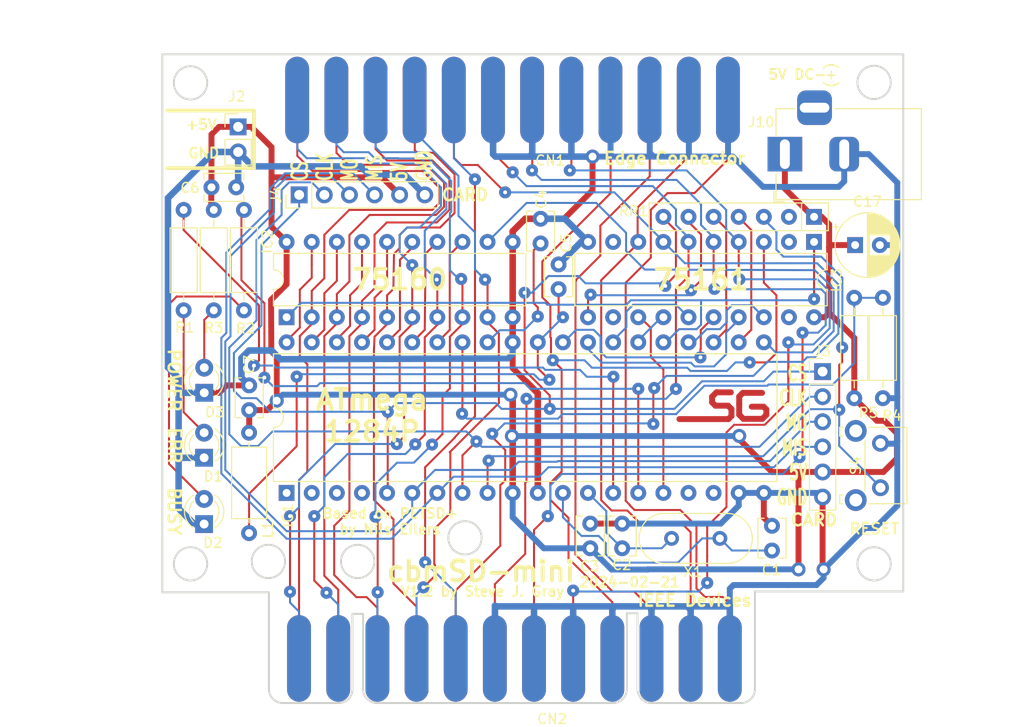
<source format=kicad_pcb>
(kicad_pcb (version 20221018) (generator pcbnew)
  (title_block (title "cbmSD-mini") (company "Steve J. Gray"))
  (layers (0 "F.Cu" jumper) (31 "B.Cu" signal) (34 "B.Paste" user) (35 "F.Paste" user) (36 "B.SilkS" user "B.Silkscreen") (37 "F.SilkS" user "F.Silkscreen") (38 "B.Mask" user) (39 "F.Mask" user) (44 "Edge.Cuts" user))
  (net 0 "")
  (net 1 "GND")
  (net 2 "VCC")
  (net 3 "Net-(IC1-XTAL2)")
  (net 4 "Net-(IC1-XTAL1)")
  (net 5 "Net-(IC1-AREF)")
  (net 6 "Net-(IC1-AVCC)")
  (net 7 "Net-(D1-A)")
  (net 8 "Net-(D2-A)")
  (net 9 "Net-(D3-A)")
  (net 10 "B_REN")
  (net 11 "B_D8")
  (net 12 "B_D7")
  (net 13 "B_D6")
  (net 14 "B_D5")
  (net 15 "SHLD")
  (net 16 "B_ATN")
  (net 17 "B_SRQ")
  (net 18 "B_IFC")
  (net 19 "B_NDAC")
  (net 20 "B_NRFD")
  (net 21 "B_DAV")
  (net 22 "B_EOI")
  (net 23 "B_D4")
  (net 24 "B_D3")
  (net 25 "B_D2")
  (net 26 "B_D1")
  (net 27 "D8")
  (net 28 "SCL")
  (net 29 "SDA")
  (net 30 "IFC")
  (net 31 "SDCS")
  (net 32 "TE")
  (net 33 "MOSI")
  (net 34 "EOI")
  (net 35 "MISO")
  (net 36 "DAV")
  (net 37 "SCK")
  (net 38 "NDAC")
  (net 39 "~{RES}")
  (net 40 "NRFD")
  (net 41 "LEDR")
  (net 42 "D7")
  (net 43 "LEDG")
  (net 44 "D6")
  (net 45 "ATN")
  (net 46 "D5")
  (net 47 "D4")
  (net 48 "D3")
  (net 49 "D2")
  (net 50 "D1")
  (net 51 "DC")
  (net 52 "BTN")
  (net 53 "E")
  (net 54 "RS")
  (net 55 "DB7")
  (net 56 "DB6")
  (net 57 "DB5")
  (net 58 "DB4")
  (net 64 "~{IEC}")
  (footprint "Inductor_THT:L_Axial_L7.0mm_D3.3mm_P10.16mm_Horizontal_Fastron_MICC" (layer "F.Cu") (at 125.9967 104.0765 -90)
    (fp_text reference "L1")
    (fp_text value "10 µH")
  )
  (footprint "Resistor_THT:R_Array_SIP7" (layer "F.Cu") (at 183.134 82.2325 180)
    (fp_text reference "RR1")
    (fp_text value "6 x 10k")
  )
  (footprint "Package_DIP:DIP-40_W15.24mm" (layer "F.Cu") (at 129.794 110.1725 90)
    (fp_text reference "IC1")
    (fp_text value "ATmega1284P")
  )
  (footprint "Package_DIP:DIP-20_W7.62mm" (layer "F.Cu") (at 129.794 92.3925 90)
    (fp_text reference "IC2")
    (fp_text value "75160P")
  )
  (footprint "Package_DIP:DIP-20_W7.62mm" (layer "F.Cu") (at 183.134 84.7725 -90)
    (fp_text reference "IC3")
    (fp_text value "75161P")
  )
  (footprint "Capacitor_THT:C_Disc_D3.8mm_W2.6mm_P2.50mm" (layer "F.Cu") (at 124.694 79.248 180)
    (fp_text reference "C6")
    (fp_text value "100 nF")
  )
  (footprint "Capacitor_THT:C_Disc_D3.8mm_W2.6mm_P2.50mm" (layer "F.Cu") (at 160.5 113.275 -90)
    (fp_text reference "C3")
    (fp_text value "100 nF")
  )
  (footprint "Capacitor_THT:C_Disc_D3.8mm_W2.6mm_P2.50mm" (layer "F.Cu") (at 155.475 84.925 90)
    (fp_text reference "C4")
    (fp_text value "100 nF")
  )
  (footprint "Capacitor_THT:C_Disc_D3.8mm_W2.6mm_P2.50mm" (layer "F.Cu") (at 157.3 89.55 90)
    (fp_text reference "C5")
    (fp_text value "100 nF")
  )
  (footprint "Resistor_THT:R_Axial_DIN0207_L6.3mm_D2.5mm_P10.16mm_Horizontal" (layer "F.Cu") (at 122.428 91.694 90)
    (fp_text reference "R3")
    (fp_text value "330")
  )
  (footprint "Capacitor_THT:C_Disc_D3.8mm_W2.6mm_P2.50mm" (layer "F.Cu") (at 178.875 113.5 -90)
    (fp_text reference "C1")
    (fp_text value "18 pF")
  )
  (footprint "Crystal:Crystal_HC49-4H_Vertical" (layer "F.Cu") (at 168.725 114.775)
    (fp_text reference "X1")
    (fp_text value "16 MHz")
  )
  (footprint "Resistor_THT:R_Axial_DIN0207_L6.3mm_D2.5mm_P10.16mm_Horizontal" (layer "F.Cu") (at 119.38 81.534 -90)
    (fp_text reference "R1")
    (fp_text value "330")
  )
  (footprint "LED_THT:LED_D3.0mm_Clear" (layer "F.Cu") (at 121.4501 113.3221 90)
    (fp_text reference "D2")
    (fp_text value "GRN")
  )
  (footprint "LED_THT:LED_D3.0mm_Clear" (layer "F.Cu") (at 121.4501 106.6165 90)
    (fp_text reference "D1")
    (fp_text value "RED")
  )
  (footprint "Connector_BarrelJack:BarrelJack_Horizontal" (layer "F.Cu") (at 180.182 75.8875 180)
    (fp_text reference "J10")
    (fp_text value "DC_JACK")
  )
  (footprint "LED_THT:LED_D3.0mm_Clear" (layer "F.Cu") (at 121.4628 100.0379 90)
    (fp_text reference "D3")
    (fp_text value "YEL")
  )
  (footprint "Connector_PinHeader_2.54mm:PinHeader_1x06_P2.54mm_Vertical" (layer "F.Cu") (at 183.9976 97.8916)
    (fp_text reference "J3")
    (fp_text value "SD CARD")
  )
  (footprint "Resistor_THT:R_Axial_DIN0207_L6.3mm_D2.5mm_P10.16mm_Horizontal" (layer "F.Cu") (at 187.198 100.584 90)
    (fp_text reference "R5")
    (fp_text value "470 ohm")
  )
  (footprint "Resistor_THT:R_Axial_DIN0207_L6.3mm_D2.5mm_P10.16mm_Horizontal" (layer "F.Cu") (at 190.0936 90.424 -90)
    (fp_text reference "R4")
    (fp_text value "560 ohm")
  )
  (footprint "Capacitor_THT:C_Disc_D3.8mm_W2.6mm_P2.50mm" (layer "F.Cu") (at 163.725 113.275 -90)
    (fp_text reference "C2")
    (fp_text value "18 pF")
  )
  (footprint "Resistor_THT:R_Axial_DIN0207_L6.3mm_D2.5mm_P10.16mm_Horizontal" (layer "F.Cu") (at 125.476 81.534 -90)
    (fp_text reference "R2")
    (fp_text value "330")
  )
  (footprint "Connector_PinHeader_2.54mm:PinHeader_1x02_P2.54mm_Vertical" (layer "F.Cu") (at 124.8918 73.1266)
    (fp_text reference "J2")
    (fp_text value "Conn_01x02")
  )
  (footprint "Capacitor_THT:C_Disc_D3.8mm_W2.6mm_P2.50mm" (layer "F.Cu") (at 126.0094 99.2905 -90)
    (fp_text reference "C7")
    (fp_text value "100 nF")
  )
  (footprint "Capacitor_THT:CP_Radial_D6.3mm_P2.50mm" (layer "F.Cu") (at 187.285621 85.09)
    (fp_text reference "C17")
    (fp_text value "47µF/16V")
  )
  (footprint "cbmSD:EDGE_CON_24P" (layer "F.Cu") (at 174.6123 126.9238 180)
    (fp_text reference "CN2")
    (fp_text value "EDGE_CON_02x12")
  )
  (footprint "Button_Switch_THT:SW_Tactile_SKHH_Angled" (layer "F.Cu") (at 189.8504 105.1464 -90)
    (fp_text reference "S4")
    (fp_text value "Reset")
  )
  (footprint "Connector_PinHeader_2.54mm:PinHeader_1x06_P2.54mm_Vertical" (layer "F.Cu") (at 131.064 80.01 90)
    (fp_text reference "J4")
    (fp_text value "SD CARD")
  )
  (footprint "cbmSD:EDGE_CON_24P" (layer "F.Cu") (at 174.420799 70.4088 180)
    (fp_text reference "CN1")
    (fp_text value "EDGE_CON_02x12")
  )
  (gr_line (start 117.729999 71.476985) (end 126.492 71.4756) (stroke (width 0.381)) (layer "F.SilkS"))
  (gr_line (start 126.492 77.3049) (end 117.729999 77.306285) (stroke (width 0.381)) (layer "F.SilkS"))
  (gr_line (start 126.492 71.5391) (end 126.492 71.4756) (stroke (width 0.381)) (layer "F.SilkS"))
  (gr_line (start 126.492 77.3049) (end 126.492 71.5391) (stroke (width 0.381)) (layer "F.SilkS"))
  (gr_line (start 192.151 65.786) (end 192.151 114.1095) (stroke (width 0.20066)) (layer "Edge.Cuts"))
  (gr_circle (center 136.9822 117.1067) (end 138.5951 117.601968) (stroke (width 0.20066)) (fill none) (layer "Edge.Cuts"))
  (gr_line (start 192.151 114.1095) (end 192.151 120.142) (stroke (width 0.20066)) (layer "Edge.Cuts"))
  (gr_line (start 129.4003 131.4323) (end 135.0518 131.4323) (stroke (width 0.20066)) (layer "Edge.Cuts"))
  (gr_line (start 177.1523 130.0353) (end 177.1523 120.1928) (stroke (width 0.20066)) (layer "Edge.Cuts"))
  (gr_line (start 138.9253 131.4323) (end 162.8013 131.4323) (stroke (width 0.20066)) (layer "Edge.Cuts"))
  (gr_line (start 166.6748 131.4323) (end 175.7553 131.4323) (stroke (width 0.20066)) (layer "Edge.Cuts"))
  (gr_line (start 165.2778 130.0353) (end 165.2778 122.3518) (stroke (width 0.20066)) (layer "Edge.Cuts"))
  (gr_line (start 136.4488 122.4153) (end 136.4488 130.0353) (stroke (width 0.20066)) (layer "Edge.Cuts"))
  (gr_arc (start 138.9253 131.4323) (mid 137.937472 131.023128) (end 137.5283 130.0353) (stroke (width 0.20066)) (layer "Edge.Cuts"))
  (gr_line (start 165.2778 122.3518) (end 164.1983 122.3518) (stroke (width 0.20066)) (layer "Edge.Cuts"))
  (gr_arc (start 136.4488 130.0353) (mid 136.039628 131.023128) (end 135.0518 131.4323) (stroke (width 0.20066)) (layer "Edge.Cuts"))
  (gr_line (start 136.4488 122.4153) (end 137.5283 122.4153) (stroke (width 0.20066)) (layer "Edge.Cuts"))
  (gr_line (start 164.1983 122.3518) (end 164.1983 130.0353) (stroke (width 0.20066)) (layer "Edge.Cuts"))
  (gr_arc (start 177.1523 130.0353) (mid 176.743128 131.023128) (end 175.7553 131.4323) (stroke (width 0.20066)) (layer "Edge.Cuts"))
  (gr_arc (start 164.1983 130.0353) (mid 163.789128 131.023128) (end 162.8013 131.4323) (stroke (width 0.20066)) (layer "Edge.Cuts"))
  (gr_line (start 137.5283 130.0353) (end 137.5283 122.4153) (stroke (width 0.20066)) (layer "Edge.Cuts"))
  (gr_arc (start 166.6748 131.4323) (mid 165.686972 131.023128) (end 165.2778 130.0353) (stroke (width 0.20066)) (layer "Edge.Cuts"))
  (gr_arc (start 129.4003 131.4323) (mid 128.412472 131.023128) (end 128.0033 130.0353) (stroke (width 0.20066)) (layer "Edge.Cuts"))
  (gr_line (start 177.1523 120.142) (end 177.1523 120.1928) (stroke (width 0.20066)) (layer "Edge.Cuts"))
  (gr_line (start 117.221 120.2309) (end 117.221 65.786) (stroke (width 0.20066)) (layer "Edge.Cuts"))
  (gr_line (start 192.151 65.786) (end 117.221 65.786) (stroke (width 0.20066)) (layer "Edge.Cuts"))
  (gr_line (start 192.151 120.142) (end 181.1655 120.142) (stroke (width 0.20066)) (layer "Edge.Cuts"))
  (gr_circle (center 120.075 68.675) (end 121.762228 68.675) (stroke (width 0.20066)) (fill none) (layer "Edge.Cuts"))
  (gr_circle (center 120.075 117.348) (end 121.762228 117.348) (stroke (width 0.20066)) (fill none) (layer "Edge.Cuts"))
  (gr_line (start 128.0033 120.2309) (end 117.221 120.2309) (stroke (width 0.20066)) (layer "Edge.Cuts"))
  (gr_circle (center 127.95 117.1067) (end 129.637228 117.1067) (stroke (width 0.20066)) (fill none) (layer "Edge.Cuts"))
  (gr_line (start 181.1655 120.142) (end 177.1523 120.142) (stroke (width 0.20066)) (layer "Edge.Cuts"))
  (gr_circle (center 147.828 114.717227) (end 149.4409 115.212495) (stroke (width 0.20066)) (fill none) (layer "Edge.Cuts"))
  (gr_line (start 128.0033 130.0353) (end 128.0033 120.2309) (stroke (width 0.20066)) (layer "Edge.Cuts"))
  (gr_circle (center 189.2 68.625) (end 190.887228 68.625) (stroke (width 0.20066)) (fill none) (layer "Edge.Cuts"))
  (gr_circle (center 189.2 117.348) (end 190.887228 117.348) (stroke (width 0.20066)) (fill none) (layer "Edge.Cuts"))
  (gr_text "5V DC-" (at 181.475 67.825) (layer "F.SilkS") (effects (font (size 1.016 1.016) (thickness 0.2032))))
  (gr_text "POWER" (at 118.4275 98.7679 270) (layer "F.SilkS") (effects (font (size 1.24 1.24) (thickness 0.25))))
  (gr_text "GND" (at 121.412 75.7809) (layer "F.SilkS") (effects (font (size 1.016 1.016) (thickness 0.2032))))
  (gr_text "ERR" (at 118.4783 105.3592 270) (layer "F.SilkS") (effects (font (size 1.24 1.24) (thickness 0.25))))
  (gr_text "CARD" (at 183.134 112.903) (layer "F.SilkS") (effects (font (size 1.2 1.2) (thickness 0.25))))
  (gr_text "RESET" (at 189.23 113.792) (layer "F.SilkS") (effects (font (size 1.1 1.1) (thickness 0.2))))
  (gr_text "cbmSD-mini" (at 139.7 118.11) (layer "F.SilkS") (effects (font (size 2 2) (thickness 0.4)) (justify left)))
  (gr_text "V1.2 by Steve J. Gray" (at 149.606 120.142) (layer "F.SilkS") (effects (font (size 1 1) (thickness 0.2))))
  (gr_text "Based on PETSD+\nby Nils Eilers" (at 140.2588 113.0554) (layer "F.SilkS") (effects (font (size 1 1) (thickness 0.2))))
  (gr_text "Edge Connector" (at 176.2887 76.3143) (layer "F.SilkS") (effects (font (size 1.2 1.2) (thickness 0.25)) (justify right)))
  (gr_text "CS\nCLK\nMO\nMIS\n5V\nGND" (at 182.6006 104.3432) (layer "F.SilkS") (effects (font (size 1.56 1) (thickness 0.25)) (justify right)))
  (gr_text "IEEE Devices" (at 176.9745 121.0437) (layer "F.SilkS") (effects (font (size 1.2 1.2) (thickness 0.25)) (justify right)))
  (gr_text "(+)" (at 184.95 67.9 270) (layer "F.SilkS") (effects (font (size 1 1))))
  (gr_text "+5V" (at 121.158 72.898) (layer "F.SilkS") (effects (font (size 1.016 1.016) (thickness 0.2032))))
  (gr_text "75160" (at 141.224 88.5825) (layer "F.SilkS") (effects (font (size 2 2) (thickness 0.4))))
  (gr_text "CS\nCLK\nMO\nMIS\n5V\nGND" (at 137.414 78.74 90) (layer "F.SilkS") (effects (font (size 1.56 1) (thickness 0.25)) (justify left)))
  (gr_text "2024-02-21" (at 164.475 119.2) (layer "F.SilkS") (effects (font (size 1 1) (thickness 0.2))))
  (gr_text "ATmega\n1284P" (at 138.425 102.35) (layer "F.SilkS") (effects (font (size 2 2) (thickness 0.4))))
  (gr_text "BUSY" (at 118.4275 112.0394 270) (layer "F.SilkS") (effects (font (size 1.24 1.24) (thickness 0.25))))
  (gr_text "CARD" (at 147.828 80.01) (layer "F.SilkS") (effects (font (size 1.2 1.2) (thickness 0.25))))
  (gr_text "75161" (at 171.704 88.5825) (layer "F.SilkS") (effects (font (size 2 2) (thickness 0.4))))
  (segment (start 174.4369 101.3411) (end 173.1542 101.3411) (width 0.6) (layer "F.Cu") (net 0))
  (segment (start 177.9 102.675) (end 178.3064 102.2686) (width 0.6) (layer "F.Cu") (net 0))
  (segment (start 175.9823 102.675) (end 177.9 102.675) (width 0.6) (layer "F.Cu") (net 0))
  (segment (start 174.475 102.7) (end 174.7798 102.3952) (width 0.6) (layer "F.Cu") (net 0))
  (segment (start 175.5632 101.1637) (end 175.5632 102.2559) (width 0.6) (layer "F.Cu") (net 0))
  (segment (start 173.2558 99.9949) (end 174.7163 99.9949) (width 0.6) (layer "F.Cu") (net 0))
  (segment (start 174.7798 102.3952) (end 174.7798 101.684) (width 0.6) (layer "F.Cu") (net 0))
  (segment (start 175.9315 100.0461) (end 175.5632 100.4144) (width 0.6) (layer "F.Cu") (net 0))
  (segment (start 178.027 101.4431) (end 176.8332 101.4431) (width 0.6) (layer "F.Cu") (net 0))
  (segment (start 177.8746 100.0461) (end 175.9315 100.0461) (width 0.6) (layer "F.Cu") (net 0))
  (segment (start 175.5632 100.4144) (end 175.5632 101.1637) (width 0.6) (layer "F.Cu") (net 0))
  (segment (start 169.522 102.7) (end 174.475 102.7) (width 0.6) (layer "F.Cu") (net 0))
  (segment (start 172.824 101.0109) (end 172.824 100.4267) (width 0.6) (layer "F.Cu") (net 0))
  (segment (start 173.1542 101.3411) (end 172.824 101.0109) (width 0.6) (layer "F.Cu") (net 0))
  (segment (start 172.824 100.4267) (end 173.2558 99.9949) (width 0.6) (layer "F.Cu") (net 0))
  (segment (start 178.3064 102.2686) (end 178.3064 101.7225) (width 0.6) (layer "F.Cu") (net 0))
  (segment (start 174.7798 101.684) (end 174.4369 101.3411) (width 0.6) (layer "F.Cu") (net 0))
  (segment (start 178.3064 101.7225) (end 178.027 101.4431) (width 0.6) (layer "F.Cu") (net 0))
  (segment (start 175.5632 102.2559) (end 175.9823 102.675) (width 0.6) (layer "F.Cu") (net 0))
  (segment (start 152.654 94.9325) (end 152.654 97.536) (width 0.6) (layer "F.Cu") (net 1))
  (segment (start 155.194 110.1725) (end 155.194 102.616) (width 0.6604) (layer "F.Cu") (net 1))
  (segment (start 160.7312 79.5438) (end 157.85 82.425) (width 0.6) (layer "F.Cu") (net 1))
  (segment (start 160.7312 76.1365) (end 160.7312 79.5438) (width 0.6) (layer "F.Cu") (net 1))
  (segment (start 183.9976 110.5916) (end 183.9976 117.8052) (width 0.6) (layer "F.Cu") (net 1))
  (segment (start 121.4628 100.0379) (end 122.9741 100.0379) (width 0.6) (layer "F.Cu") (net 1))
  (segment (start 153.925 82.425) (end 155.475 82.425) (width 0.6604) (layer "F.Cu") (net 1))
  (segment (start 152.654 92.3925) (end 152.654 89.8525) (width 0.6604) (layer "F.Cu") (net 1))
  (segment (start 123.7215 99.2905) (end 126.0094 99.2905) (width 0.6) (layer "F.Cu") (net 1))
  (segment (start 152.654 84.7725) (end 152.654 83.696) (width 0.6604) (layer "F.Cu") (net 1))
  (segment (start 152.654 83.696) (end 153.925 82.425) (width 0.6604) (layer "F.Cu") (net 1))
  (segment (start 152.654 89.8525) (end 152.654 84.7725) (width 0.6604) (layer "F.Cu") (net 1))
  (segment (start 155.194 100.076) (end 155.194 102.616) (width 0.6604) (layer "F.Cu") (net 1))
  (segment (start 178.054 110.1725) (end 178.054 112.679) (width 0.6) (layer "F.Cu") (net 1))
  (segment (start 157.85 82.425) (end 155.475 82.425) (width 0.6) (layer "F.Cu") (net 1))
  (segment (start 152.654 94.9325) (end 152.654 92.3925) (width 0.6604) (layer "F.Cu") (net 1))
  (segment (start 122.9741 100.0379) (end 123.7215 99.2905) (width 0.6) (layer "F.Cu") (net 1))
  (segment (start 178.054 112.679) (end 178.875 113.5) (width 0.6) (layer "F.Cu") (net 1))
  (segment (start 152.654 97.536) (end 153.9621 98.8441) (width 0.6) (layer "F.Cu") (net 1))
  (segment (start 183.9976 117.8052) (end 184.0992 117.9068) (width 0.6) (layer "F.Cu") (net 1))
  (segment (start 163.725 113.275) (end 160.5 113.275) (width 0.6) (layer "F.Cu") (net 1))
  (segment (start 153.9621 98.8441) (end 155.194 100.076) (width 0.6604) (layer "F.Cu") (net 1))
  (via (at 160.7312 76.1365) (size 1.4224) (drill 0.8) (layers "F.Cu" "B.Cu") (net 1))
  (via (at 184.0992 117.9068) (size 1.4224) (drill 0.8) (layers "F.Cu" "B.Cu") (net 1))
  (segment (start 174.2313 121.6533) (end 174.6123 121.2723) (width 0.6604) (layer "B.Cu") (net 1))
  (segment (start 150.9268 121.6533) (end 150.8633 121.5898) (width 0.6604) (layer "B.Cu") (net 1))
  (segment (start 150.8523 126.9238) (end 150.8633 121.5898) (width 0.6604) (layer "B.Cu") (net 1))
  (segment (start 170.3118 121.6533) (end 174.2313 121.6533) (width 0.6604) (layer "B.Cu") (net 1))
  (segment (start 154.9273 121.6533) (end 150.9268 121.6533) (width 0.6604) (layer "B.Cu") (net 1))
  (segment (start 154.8123 121.7683) (end 154.9273 121.6533) (width 0.6604) (layer "B.Cu") (net 1))
  (segment (start 170.6523 121.9938) (end 170.6523 126.9238) (width 0.6604) (layer "B.Cu") (net 1))
  (segment (start 154.8123 126.9238) (end 154.8123 121.7683) (width 0.6604) (layer "B.Cu") (net 1))
  (segment (start 166.6923 126.9238) (end 166.6923 122.0168) (width 0.6604) (layer "B.Cu") (net 1))
  (segment (start 170.3118 121.6533) (end 170.6523 121.9938) (width 0.6604) (layer "B.Cu") (net 1))
  (segment (start 174.6123 126.9238) (end 174.6123 121.2723) (width 0.6604) (layer "B.Cu") (net 1))
  (segment (start 162.7378 121.6533) (end 162.7378 122.0343) (width 0.6604) (layer "B.Cu") (net 1))
  (segment (start 162.7378 122.0343) (end 162.7323 122.0398) (width 0.6604) (layer "B.Cu") (net 1))
  (segment (start 162.7378 121.6533) (end 166.6748 121.6533) (width 0.6604) (layer "B.Cu") (net 1))
  (segment (start 166.6748 121.9993) (end 166.6923 122.0168) (width 0.6604) (layer "B.Cu") (net 1))
  (segment (start 166.6748 121.6533) (end 166.6748 121.9993) (width 0.6604) (layer "B.Cu") (net 1))
  (segment (start 158.7723 126.9238) (end 158.7723 121.9358) (width 0.6604) (layer "B.Cu") (net 1))
  (segment (start 162.7323 126.9238) (end 162.7323 122.0398) (width 0.6604) (layer "B.Cu") (net 1))
  (segment (start 166.6748 121.6533) (end 170.3118 121.6533) (width 0.6604) (layer "B.Cu") (net 1))
  (segment (start 158.7119 76.1365) (end 157.734 76.1365) (width 0.6604) (layer "B.Cu") (net 1))
  (segment (start 191.54746 85.05854) (end 191.54746 100.45254) (width 0.6) (layer "B.Cu") (net 1))
  (segment (start 160.0835 76.1365) (end 160.7312 76.1365) (width 0.6604) (layer "B.Cu") (net 1))
  (segment (start 137.28 77.125) (end 126.3502 77.125) (width 0.6604) (layer "B.Cu") (net 1))
  (segment (start 157.9265 82.425) (end 160.274 84.7725) (width 0.6604) (layer "B.Cu") (net 1))
  (segment (start 117.793089 80.326911) (end 117.793089 97.473089) (width 0.6604) (layer "B.Cu") (net 1))
  (segment (start 150.6735 70.3326) (end 150.6735 75.8959) (width 0.6604) (layer "B.Cu") (net 1))
  (segment (start 158.5935 70.3326) (end 158.5935 76.0181) (width 0.6604) (layer "B.Cu") (net 1))
  (segment (start 154.6335 75.8588) (end 154.3558 76.1365) (width 0.6604) (layer "B.Cu") (net 1))
  (segment (start 155.575 76.1365) (end 154.3558 76.1365) (width 0.6604) (layer "B.Cu") (net 1))
  (segment (start 162.6235 76.1365) (end 162.5535 76.0665) (width 0.6) (layer "B.Cu") (net 1))
  (segment (start 174.9115 76.1365) (end 174.6115 76.1365) (width 0.6) (layer "B.Cu") (net 1))
  (segment (start 191.54746 100.45254) (end 191.54746 104.93346) (width 0.6) (layer "B.Cu") (net 1))
  (segment (start 184.0992 117.9068) (end 184.0992 118.7704) (width 0.6) (layer "B.Cu") (net 1))
  (segment (start 125.222 96.52) (end 125.222 98.5031) (width 0.6604) (layer "B.Cu") (net 1))
  (segment (start 170.5115 76.1365) (end 170.4735 76.0985) (width 0.6) (layer "B.Cu") (net 1))
  (segment (start 118.872 98.552) (end 118.872 100.076) (width 0.6604) (layer "B.Cu") (net 1))
  (segment (start 141.732 77.978) (end 138.133 77.978) (width 0.6604) (layer "B.Cu") (net 1))
  (segment (start 174.4335 75.9585) (end 174.4335 70.3326) (width 0.6) (layer "B.Cu") (net 1))
  (segment (start 170.5115 76.1365) (end 166.9161 76.1365) (width 0.6) (layer "B.Cu") (net 1))
  (segment (start 122.4534 75.6666) (end 117.793089 80.326911) (width 0.6604) (layer "B.Cu") (net 1))
  (segment (start 118.872 100.076) (end 118.9101 100.0379) (width 0.6604) (layer "B.Cu") (net 1))
  (segment (start 166.5135 75.7339) (end 166.9161 76.1365) (width 0.6) (layer "B.Cu") (net 1))
  (segment (start 191.54746 111.47454) (end 191.54746 104.93346) (width 0.6) (layer "B.Cu") (net 1))
  (segment (start 118.9101 100.0379) (end 121.4628 100.0379) (width 0.6604) (layer "B.Cu") (net 1))
  (segment (start 184.0992 118.7704) (end 183.3753 119.4943) (width 0.6) (layer "B.Cu") (net 1))
  (segment (start 159.5775 84.7725) (end 157.3 87.05) (width 0.6604) (layer "B.Cu") (net 1))
  (segment (start 152.654 96.1009) (end 152.654 94.9325) (width 0.6) (layer "B.Cu") (net 1))
  (segment (start 155.475 82.425) (end 157.9265 82.425) (width 0.6604) (layer "B.Cu") (net 1))
  (segment (start 191.28936 105.19156) (end 189.91768 105.19156) (width 0.6) (layer "B.Cu") (net 1))
  (segment (start 118.872 111.76) (end 120.4341 113.3221) (width 0.6604) (layer "B.Cu") (net 1))
  (segment (start 154.3558 76.1365) (end 151.638 76.1365) (width 0.6604) (layer "B.Cu") (net 1))
  (segment (start 174.6115 76.1365) (end 170.5115 76.1365) (width 0.6) (layer "B.Cu") (net 1))
  (segment (start 118.9355 106.6165) (end 121.4501 106.6165) (width 0.6604) (layer "B.Cu") (net 1))
  (segment (start 191.54746 85.05854) (end 191.516 85.09) (width 0.6) (layer "B.Cu") (net 1))
  (segment (start 180.594 119.4943) (end 174.9806 119.4943) (width 0.6) (layer "B.Cu") (net 1))
  (segment (start 162.6235 76.1365) (end 160.7312 76.1365) (width 0.6) (layer "B.Cu") (net 1))
  (segment (start 186.182 78.643) (end 185.625 79.2) (width 0.6) (layer "B.Cu") (net 1))
  (segment (start 125.984 95.758) (end 125.222 96.52) (width 0.6604) (layer "B.Cu") (net 1))
  (segment (start 138.133 77.978) (end 137.28 77.125) (width 0.6604) (layer "B.Cu") (net 1))
  (segment (start 191.54746 100.45254) (end 191.416 100.584) (width 0.6) (layer "B.Cu") (net 1))
  (segment (start 174.9806 119.4943) (end 174.8155 119.6594) (width 0.6) (layer "B.Cu") (net 1))
  (segment (start 178.054 110.1725) (end 175.514 110.1725) (width 0.6) (layer "B.Cu") (net 1))
  (segment (start 128.27 95.758) (end 125.984 95.758) (width 0.6604) (layer "B.Cu") (net 1))
  (segment (start 191.416 100.584) (end 190.0936 100.584) (width 0.6) (layer "B.Cu") (net 1))
  (segment (start 150.6735 75.8959) (end 150.9141 76.1365) (width 0.6604) (layer "B.Cu") (net 1))
  (segment (start 186.182 75.8875) (end 186.182 78.643) (width 0.6) (layer "B.Cu") (net 1))
  (segment (start 163.725 113.275) (end 171.85 113.275) (width 0.6) (layer "B.Cu") (net 1))
  (segment (start 154.9273 121.6533) (end 160.6677 121.6533) (width 0.6604) (layer "B.Cu") (net 1))
  (segment (start 124.8918 75.6666) (end 122.4534 75.6666) (width 0.6604) (layer "B.Cu") (net 1))
  (segment (start 118.872 106.68) (end 118.872 111.76) (width 0.6604) (layer "B.Cu") (net 1))
  (segment (start 151.0665 96.5708) (end 129.163582 96.642418) (width 0.6604) (layer "B.Cu") (net 1))
  (segment (start 166.9161 76.1365) (end 162.6235 76.1365) (width 0.6) (layer "B.Cu") (net 1))
  (segment (start 118.872 106.68) (end 118.9355 106.6165) (width 0.6604) (layer "B.Cu") (net 1))
  (segment (start 158.5935 76.0181) (end 158.7119 76.1365) (width 0.6604) (layer "B.Cu") (net 1))
  (segment (start 178.054 110.1725) (end 183.5785 110.1725) (width 0.6) (layer "B.Cu") (net 1))
  (segment (start 174.6123 121.2723) (end 174.6123 119.8626) (width 0.6) (layer "B.Cu") (net 1))
  (segment (start 151.638 76.1365) (end 150.9141 76.1365) (width 0.6604) (layer "B.Cu") (net 1))
  (segment (start 183.5785 110.1725) (end 183.9976 110.5916) (width 0.6) (layer "B.Cu") (net 1))
  (segment (start 126.3502 77.125) (end 124.8918 75.6666) (width 0.6604) (layer "B.Cu") (net 1))
  (segment (start 184.0992 117.9068) (end 188.281 113.725) (width 0.6) (layer "B.Cu") (net 1))
  (segment (start 125.222 98.5031) (end 126.0094 99.2905) (width 0.6604) (layer "B.Cu") (net 1))
  (segment (start 166.5135 70.3326) (end 166.5135 75.7339) (width 0.6) (layer "B.Cu") (net 1))
  (segment (start 188.6635 75.8875) (end 186.182 75.8875) (width 0.6) (layer "B.Cu") (net 1))
  (segment (start 180.594 119.4943) (end 183.3753 119.4943) (width 0.6) (layer "B.Cu") (net 1))
  (segment (start 120.4341 113.3221) (end 121.4501 113.3221) (width 0.6604) (layer "B.Cu") (net 1))
  (segment (start 191.54746 85.05854) (end 191.54746 78.77146) (width 0.6) (layer "B.Cu") (net 1))
  (segment (start 174.6123 119.8626) (end 174.8155 119.6594) (width 0.6) (layer "B.Cu") (net 1))
  (segment (start 191.516 85.09) (end 189.785621 85.09) (width 0.6) (layer "B.Cu") (net 1))
  (segment (start 160.274 84.7725) (end 159.5775 84.7725) (width 0.6604) (layer "B.Cu") (net 1))
  (segment (start 188.281 113.725) (end 189.297 113.725) (width 0.6) (layer "B.Cu") (net 1))
  (segment (start 154.6335 70.3326) (end 154.6335 75.8588) (width 0.6604) (layer "B.Cu") (net 1))
  (segment (start 177.975 79.2) (end 174.9115 76.1365) (width 0.6) (layer "B.Cu") (net 1))
  (segment (start 118.872 100.076) (end 118.872 106.68) (width 0.6604) (layer "B.Cu") (net 1))
  (segment (start 175.514 111.461) (end 175.514 110.1725) (width 0.6) (layer "B.Cu") (net 1))
  (segment (start 159.004 76.1365) (end 158.7119 76.1365) (width 0.6604) (layer "B.Cu") (net 1))
  (segment (start 124.8918 79.0502) (end 124.694 79.248) (width 0.6604) (layer "B.Cu") (net 1))
  (segment (start 124.8918 75.6666) (end 124.8918 79.0502) (width 0.6604) (layer "B.Cu") (net 1))
  (segment (start 191.54746 78.77146) (end 188.6635 75.8875) (width 0.6) (layer "B.Cu") (net 1))
  (segment (start 162.5535 76.0665) (end 162.5535 70.3326) (width 0.6) (layer "B.Cu") (net 1))
  (segment (start 152.1841 96.5708) (end 152.654 96.1009) (width 0.6) (layer "B.Cu") (net 1))
  (segment (start 160.6677 121.6533) (end 162.7378 121.6533) (width 0.6604) (layer "B.Cu") (net 1))
  (segment (start 191.54746 104.93346) (end 191.28936 105.19156) (width 0.6) (layer "B.Cu") (net 1))
  (segment (start 157.734 76.1365) (end 155.575 76.1365) (width 0.6604) (layer "B.Cu") (net 1))
  (segment (start 129.163582 96.642418) (end 129.154418 96.642418) (width 0.6604) (layer "B.Cu") (net 1))
  (segment (start 185.625 79.2) (end 177.975 79.2) (width 0.6) (layer "B.Cu") (net 1))
  (segment (start 170.4735 76.0985) (end 170.4735 70.3326) (width 0.6) (layer "B.Cu") (net 1))
  (segment (start 173.7 113.275) (end 175.514 111.461) (width 0.6) (layer "B.Cu") (net 1))
  (segment (start 171.85 113.275) (end 173.7 113.275) (width 0.6) (layer "B.Cu") (net 1))
  (segment (start 174.6115 76.1365) (end 174.4335 75.9585) (width 0.6) (layer "B.Cu") (net 1))
  (segment (start 143.764 80.01) (end 141.732 77.978) (width 0.6604) (layer "B.Cu") (net 1))
  (segment (start 151.0665 96.5708) (end 152.1841 96.5708) (width 0.6) (layer "B.Cu") (net 1))
  (segment (start 129.154418 96.642418) (end 128.27 95.758) (width 0.6604) (layer "B.Cu") (net 1))
  (segment (start 159.004 76.1365) (end 160.0835 76.1365) (width 0.6604) (layer "B.Cu") (net 1))
  (segment (start 117.793089 97.473089) (end 118.872 98.552) (width 0.6604) (layer "B.Cu") (net 1))
  (segment (start 189.297 113.725) (end 191.54746 111.47454) (width 0.6) (layer "B.Cu") (net 1))
  (segment (start 139.446 78.232) (end 128.27 78.232) (width 0.6) (layer "F.Cu") (net 2))
  (segment (start 183.0325 82.2325) (end 180.182 79.382) (width 0.6) (layer "F.Cu") (net 2))
  (segment (start 126.2126 73.1266) (end 124.8918 73.1266) (width 0.6) (layer "F.Cu") (net 2))
  (segment (start 126.0094 101.7905) (end 127.8382 101.7905) (width 0.6) (layer "F.Cu") (net 2))
  (segment (start 184.658 85.344) (end 184.658 82.992) (width 0.6) (layer "F.Cu") (net 2))
  (segment (start 183.134 82.2325) (end 183.8985 82.2325) (width 0.6) (layer "F.Cu") (net 2))
  (segment (start 128.7907 96.393) (end 128.246658 95.848958) (width 0.6) (layer "F.Cu") (net 2))
  (segment (start 181.5592 117.9068) (end 181.5592 108.2592) (width 0.6) (layer "F.Cu") (net 2))
  (segment (start 190.246 102.87) (end 191.516 104.14) (width 0.6) (layer "F.Cu") (net 2))
  (segment (start 183.8985 82.2325) (end 184.658 82.992) (width 0.6) (layer "F.Cu") (net 2))
  (segment (start 152.654 100.4824) (end 152.654 100.457) (width 0.6) (layer "F.Cu") (net 2))
  (segment (start 190.1444 108.0516) (end 183.9976 108.0516) (width 0.6) (layer "F.Cu") (net 2))
  (segment (start 180.182 79.382) (end 180.182 75.8875) (width 0.6) (layer "F.Cu") (net 2))
  (segment (start 181.5592 108.2592) (end 181.3516 108.0516) (width 0.6) (layer "F.Cu") (net 2))
  (segment (start 175.5648 104.743) (end 178.8734 108.0516) (width 0.6) (layer "F.Cu") (net 2))
  (segment (start 181.3516 108.0516) (end 178.8734 108.0516) (width 0.6) (layer "F.Cu") (net 2))
  (segment (start 191.516 104.14) (end 191.516 106.68) (width 0.6) (layer "F.Cu") (net 2))
  (segment (start 128.27 78.74) (end 128.27 78.232) (width 0.6) (layer "F.Cu") (net 2))
  (segment (start 152.654 100.4824) (end 152.654 102.4255) (width 0.6604) (layer "F.Cu") (net 2))
  (segment (start 129.794 84.7725) (end 128.27 83.2485) (width 0.6) (layer "F.Cu") (net 2))
  (segment (start 184.658 91.948) (end 184.658 90.9193) (width 0.6) (layer "F.Cu") (net 2))
  (segment (start 122.194 79.248) (end 122.194 73.894) (width 0.6) (layer "F.Cu") (net 2))
  (segment (start 126.0094 104.0638) (end 125.9967 104.0765) (width 0.6) (layer "F.Cu") (net 2))
  (segment (start 184.658 85.344) (end 184.912 85.09) (width 0.6) (layer "F.Cu") (net 2))
  (segment (start 189.484 102.87) (end 190.246 102.87) (width 0.6) (layer "F.Cu") (net 2))
  (segment (start 128.27 78.232) (end 128.27 75.184) (width 0.6) (layer "F.Cu") (net 2))
  (segment (start 187.198 94.488) (end 184.658 91.948) (width 0.6) (layer "F.Cu") (net 2))
  (segment (start 129.794 89.056114) (end 128.221057 90.629057) (width 0.6) (layer "F.Cu") (net 2))
  (segment (start 152.654 100.457) (end 152.4254 100.2284) (width 0.6) (layer "F.Cu") (net 2))
  (segment (start 191.516 106.68) (end 190.1444 108.0516) (width 0.6) (layer "F.Cu") (net 2))
  (segment (start 175.5648 104.4067) (end 175.5648 104.743) (width 0.6) (layer "F.Cu") (net 2))
  (segment (start 122.194 73.894) (end 122.9614 73.1266) (width 0.6) (layer "F.Cu") (net 2))
  (segment (start 152.654 102.4255) (end 152.654 104.3432) (width 0.6604) (layer "F.Cu") (net 2))
  (segment (start 184.912 85.09) (end 187.285621 85.09) (width 0.6) (layer "F.Cu") (net 2))
  (segment (start 183.134 82.2325) (end 183.0325 82.2325) (width 0.6) (layer "F.Cu") (net 2))
  (segment (start 187.198 100.584) (end 189.484 102.87) (width 0.6) (layer "F.Cu") (net 2))
  (segment (start 184.658 90.9193) (end 184.658 85.344) (width 0.6) (layer "F.Cu") (net 2))
  (segment (start 129.794 84.7725) (end 129.794 89.056114) (width 0.6) (layer "F.Cu") (net 2))
  (segment (start 141.224 80.01) (end 139.446 78.232) (width 0.6) (layer "F.Cu") (net 2))
  (segment (start 128.246658 95.848958) (end 128.221057 90.629057) (width 0.6) (layer "F.Cu") (net 2))
  (segment (start 122.174 79.268) (end 122.194 79.248) (width 0.6) (layer "F.Cu") (net 2))
  (segment (start 122.9614 73.1266) (end 124.8918 73.1266) (width 0.6) (layer "F.Cu") (net 2))
  (segment (start 152.654 104.3432) (end 152.5778 104.4194) (width 0.6) (layer "F.Cu") (net 2))
  (segment (start 122.174 81.534) (end 122.174 79.268) (width 0.6) (layer "F.Cu") (net 2))
  (segment (start 128.27 83.2485) (end 128.27 78.74) (width 0.6) (layer "F.Cu") (net 2))
  (segment (start 183.134 92.3925) (end 184.2135 92.3925) (width 0.6) (layer "F.Cu") (net 2))
  (segment (start 184.2135 92.3925) (end 184.658 91.948) (width 0.6) (layer "F.Cu") (net 2))
  (segment (start 128.27 75.184) (end 126.2126 73.1266) (width 0.6) (layer "F.Cu") (net 2))
  (segment (start 128.7907 100.838) (end 128.7907 96.393) (width 0.6) (layer "F.Cu") (net 2))
  (segment (start 152.654 104.3432) (end 152.654 110.1725) (width 0.6604) (layer "F.Cu") (net 2))
  (segment (start 127.8382 101.7905) (end 128.7907 100.838) (width 0.6) (layer "F.Cu") (net 2))
  (segment (start 183.9976 108.0516) (end 181.3516 108.0516) (width 0.6) (layer "F.Cu") (net 2))
  (segment (start 184.658 90.9193) (end 184.658 91.6178) (width 0.6) (layer "F.Cu") (net 2))
  (segment (start 126.0094 101.7905) (end 126.0094 104.0638) (width 0.6) (layer "F.Cu") (net 2))
  (segment (start 187.198 94.488) (end 187.198 100.584) (width 0.6) (layer "F.Cu") (net 2))
  (via (at 152.4254 100.2284) (size 1.4224) (drill 0.8) (layers "F.Cu" "B.Cu") (net 2))
  (via (at 128.7907 100.838) (size 1.4224) (drill 0.8) (layers "F.Cu" "B.Cu") (net 2))
  (via (at 152.5778 104.4194) (size 1.4224) (drill 0.8) (layers "F.Cu" "B.Cu") (net 2))
  (via (at 175.5648 104.4067) (size 1.4224) (drill 0.8) (layers "F.Cu" "B.Cu") (net 2))
  (via (at 181.5592 117.9068) (size 1.4224) (drill 0.8) (layers "F.Cu" "B.Cu") (net 2))
  (segment (start 152.654 112.629) (end 152.654 110.1725) (width 0.6) (layer "B.Cu") (net 2))
  (segment (start 155.8 115.775) (end 152.654 112.629) (width 0.6) (layer "B.Cu") (net 2))
  (segment (start 152.5778 104.4194) (end 175.5521 104.4194) (width 0.6) (layer "B.Cu") (net 2))
  (segment (start 162.65 117.925) (end 166.3 117.925) (width 0.6) (layer "B.Cu") (net 2))
  (segment (start 152.4254 100.2284) (end 129.4003 100.2284) (width 0.6) (layer "B.Cu") (net 2))
  (segment (start 160.5 115.775) (end 155.8 115.775) (width 0.6) (layer "B.Cu") (net 2))
  (segment (start 160.5 115.775) (end 162.65 117.925) (width 0.6) (layer "B.Cu") (net 2))
  (segment (start 175.5521 104.4194) (end 175.5648 104.4067) (width 0.6) (layer "B.Cu") (net 2))
  (segment (start 166.3 117.925) (end 166.3182 117.9068) (width 0.6) (layer "B.Cu") (net 2))
  (segment (start 166.3182 117.9068) (end 181.5592 117.9068) (width 0.6) (layer "B.Cu") (net 2))
  (segment (start 129.4003 100.2284) (end 128.7907 100.838) (width 0.6) (layer "B.Cu") (net 2))
  (segment (start 162.075 115.25) (end 162.075 116.375) (width 0.2) (layer "B.Cu") (net 3))
  (segment (start 157.734 112.634) (end 159.625 114.525) (width 0.2) (layer "B.Cu") (net 3))
  (segment (start 178.875 116) (end 174.83 116) (width 0.2) (layer "B.Cu") (net 3))
  (segment (start 161.35 114.525) (end 162.075 115.25) (width 0.2) (layer "B.Cu") (net 3))
  (segment (start 162.925 117.225) (end 169.375 117.225) (width 0.2) (layer "B.Cu") (net 3))
  (segment (start 174.83 116) (end 173.605 114.775) (width 0.2) (layer "B.Cu") (net 3))
  (segment (start 171.825 114.775) (end 173.605 114.775) (width 0.2) (layer "B.Cu") (net 3))
  (segment (start 162.075 116.375) (end 162.925 117.225) (width 0.2) (layer "B.Cu") (net 3))
  (segment (start 169.375 117.225) (end 171.825 114.775) (width 0.2) (layer "B.Cu") (net 3))
  (segment (start 159.625 114.525) (end 161.35 114.525) (width 0.2) (layer "B.Cu") (net 3))
  (segment (start 157.734 110.1725) (end 157.734 112.634) (width 0.2) (layer "B.Cu") (net 3))
  (segment (start 162.125 114.175) (end 163.725 115.775) (width 0.2) (layer "B.Cu") (net 4))
  (segment (start 161.6015 111.5) (end 161.6015 111.5015) (width 0.2) (layer "B.Cu") (net 4))
  (segment (start 167.725 115.775) (end 168.725 114.775) (width 0.2) (layer "B.Cu") (net 4))
  (segment (start 160.274 110.1725) (end 161.6015 111.5) (width 0.2) (layer "B.Cu") (net 4))
  (segment (start 162.125 112.025) (end 162.125 114.175) (width 0.2) (layer "B.Cu") (net 4))
  (segment (start 161.6015 111.5015) (end 162.125 112.025) (width 0.2) (layer "B.Cu") (net 4))
  (segment (start 163.725 115.775) (end 167.725 115.775) (width 0.2) (layer "B.Cu") (net 4))
  (segment (start 155.194 91.394) (end 154.75 90.95) (width 0.2032) (layer "F.Cu") (net 5))
  (segment (start 155.194 92.3125) (end 155.194 91.394) (width 0.2032) (layer "F.Cu") (net 5))
  (segment (start 154.774411 85.625589) (end 155.475 84.925) (width 0.2032) (layer "F.Cu") (net 5))
  (segment (start 154.774411 90.925589) (end 154.774411 85.625589) (width 0.2032) (layer "F.Cu") (net 5))
  (segment (start 154.75 90.95) (end 154.774411 90.925589) (width 0.2032) (layer "F.Cu") (net 5))
  (via (at 155.194 92.3125) (size 1.2192) (drill 0.4) (layers "F.Cu" "B.Cu") (net 5))
  (segment (start 150.114 94.9325) (end 150.118098 94.9325) (width 0.2032) (layer "B.Cu") (net 5))
  (segment (start 153.79982 93.70668) (end 155.194 92.3125) (width 0.2032) (layer "B.Cu") (net 5))
  (segment (start 150.118098 94.9325) (end 151.343918 93.70668) (width 0.2032) (layer "B.Cu") (net 5))
  (segment (start 151.343918 93.70668) (end 153.79982 93.70668) (width 0.2032) (layer "B.Cu") (net 5))
  (segment (start 157.3 91.9585) (end 157.3 89.55) (width 0.2032) (layer "F.Cu") (net 6))
  (segment (start 130.81 98.3996) (end 130.81 100.838) (width 0.2) (layer "F.Cu") (net 6))
  (segment (start 155.194 94.9325) (end 155.194 97.5487) (width 0.2) (layer "F.Cu") (net 6))
  (segment (start 157.734 92.3925) (end 157.3 91.9585) (width 0.2032) (layer "F.Cu") (net 6))
  (segment (start 130.81 100.838) (end 130.81 105.4481) (width 0.2032) (layer "F.Cu") (net 6))
  (segment (start 130.81 105.4481) (end 125.9967 110.2614) (width 0.2032) (layer "F.Cu") (net 6))
  (segment (start 156.3624 98.7171) (end 155.194 97.5487) (width 0.2) (layer "F.Cu") (net 6))
  (segment (start 125.9967 110.2614) (end 125.9967 114.2365) (width 0.2) (layer "F.Cu") (net 6))
  (via (at 157.734 92.3925) (size 1.2192) (drill 0.4) (layers "F.Cu" "B.Cu") (net 6))
  (via (at 130.81 98.3996) (size 1.2192) (drill 0.4) (layers "F.Cu" "B.Cu") (net 6))
  (via (at 156.3624 98.7171) (size 1.2192) (drill 0.4) (layers "F.Cu" "B.Cu") (net 6))
  (segment (start 155.194 94.9325) (end 157.734 92.3925) (width 0.2032) (layer "B.Cu") (net 6))
  (segment (start 130.81 98.3996) (end 131.0513 98.1583) (width 0.2) (layer "B.Cu") (net 6))
  (segment (start 131.0513 98.1583) (end 131.4577 98.1583) (width 0.2) (layer "B.Cu") (net 6))
  (segment (start 154.8003 98.1583) (end 155.3591 98.7171) (width 0.2) (layer "B.Cu") (net 6))
  (segment (start 155.3591 98.7171) (end 156.3624 98.7171) (width 0.2) (layer "B.Cu") (net 6))
  (segment (start 131.4577 98.1583) (end 154.8003 98.1583) (width 0.2) (layer "B.Cu") (net 6))
  (segment (start 119.38 91.694) (end 119.38 102.0064) (width 0.2) (layer "F.Cu") (net 7))
  (segment (start 121.4501 104.0765) (end 120.7008 103.3272) (width 0.2032) (layer "F.Cu") (net 7))
  (segment (start 119.38 102.0064) (end 120.7008 103.3272) (width 0.2) (layer "F.Cu") (net 7))
  (segment (start 124.079 90.297) (end 118.672 90.297) (width 0.2032) (layer "F.Cu") (net 8))
  (segment (start 125.476 91.694) (end 124.079 90.297) (width 0.2032) (layer "F.Cu") (net 8))
  (segment (start 117.9 107.232) (end 121.4501 110.7821) (width 0.2032) (layer "F.Cu") (net 8))
  (segment (start 117.9 91.075) (end 117.9 107.232) (width 0.2032) (layer "F.Cu") (net 8))
  (segment (start 118.672 90.297) (end 118.672 90.303) (width 0.2032) (layer "F.Cu") (net 8))
  (segment (start 118.672 90.303) (end 117.9 91.075) (width 0.2032) (layer "F.Cu") (net 8))
  (segment (start 121.4628 92.6592) (end 122.428 91.694) (width 0.2) (layer "F.Cu") (net 9))
  (segment (start 121.4628 97.4979) (end 121.4628 92.6592) (width 0.2) (layer "F.Cu") (net 9))
  (segment (start 148.844 101.1555) (end 148.844 102.4128) (width 0.2) (layer "F.Cu") (net 10))
  (segment (start 146.7993 104.5757) (end 143.8 107.575) (width 0.2) (layer "F.Cu") (net 10))
  (segment (start 146.7993 104.5464) (end 146.7993 104.5757) (width 0.2) (layer "F.Cu") (net 10))
  (segment (start 143.8 107.575) (end 143.8 117.1764) (width 0.2) (layer "F.Cu") (net 10))
  (segment (start 147.8153 103.4415) (end 146.7993 104.5464) (width 0.2) (layer "F.Cu") (net 10))
  (segment (start 148.844 83.82) (end 148.8375 83.8135) (width 0.2) (layer "F.Cu") (net 10))
  (segment (start 148.844 102.4128) (end 147.8153 103.4415) (width 0.2) (layer "F.Cu") (net 10))
  (segment (start 148.8375 83.8135) (end 148.8375 78.4375) (width 0.2) (layer "F.Cu") (net 10))
  (segment (start 148.844 83.82) (end 148.844 101.1555) (width 0.2032) (layer "F.Cu") (net 10))
  (segment (start 143.8 117.1764) (end 143.8111 117.1875) (width 0.2) (layer "F.Cu") (net 10))
  (via (at 148.8375 78.4375) (size 1.2192) (drill 0.4) (layers "F.Cu" "B.Cu") (net 10))
  (via (at 143.8111 117.1875) (size 1.2192) (drill 0.4) (layers "F.Cu" "B.Cu") (net 10))
  (segment (start 146.8909 120.2673) (end 143.8111 117.1875) (width 0.2032) (layer "B.Cu") (net 10))
  (segment (start 146.7135 70.3326) (end 146.7135 76.3135) (width 0.2) (layer "B.Cu") (net 10))
  (segment (start 146.8923 126.9238) (end 146.8923 120.2673) (width 0.2032) (layer "B.Cu") (net 10))
  (segment (start 146.7135 76.3135) (end 148.8375 78.4375) (width 0.2) (layer "B.Cu") (net 10))
  (segment (start 146.8923 120.2673) (end 146.8909 120.2673) (width 0.2032) (layer "B.Cu") (net 10))
  (segment (start 144.725 117.375) (end 144.8 117.45) (width 0.2032) (layer "F.Cu") (net 11))
  (segment (start 146.2945 106.0445) (end 151.257 101.082) (width 0.2032) (layer "F.Cu") (net 11))
  (segment (start 151.257 94.0435) (end 150.114 92.9005) (width 0.2032) (layer "F.Cu") (net 11))
  (segment (start 144.8 118.55) (end 143.625 119.725) (width 0.2032) (layer "F.Cu") (net 11))
  (segment (start 146.35 106.1) (end 146.35 112.2) (width 0.2032) (layer "F.Cu") (net 11))
  (segment (start 146.2945 106.0445) (end 146.35 106.1) (width 0.2032) (layer "F.Cu") (net 11))
  (segment (start 149.86 88.5825) (end 150.114 88.8365) (width 0.2032) (layer "F.Cu") (net 11))
  (segment (start 151.257 95.9485) (end 151.257 94.0435) (width 0.2032) (layer "F.Cu") (net 11))
  (segment (start 144.8 117.45) (end 144.8 118.55) (width 0.2032) (layer "F.Cu") (net 11))
  (segment (start 146.35 112.2) (end 144.725 113.825) (width 0.2032) (layer "F.Cu") (net 11))
  (segment (start 144.725 113.825) (end 144.725 117.375) (width 0.2032) (layer "F.Cu") (net 11))
  (segment (start 151.257 95.9485) (end 151.257 101.082) (width 0.2) (layer "F.Cu") (net 11))
  (segment (start 150.114 88.8365) (end 150.114 92.3925) (width 0.2032) (layer "F.Cu") (net 11))
  (via (at 143.625 119.725) (size 1.2192) (drill 0.4) (layers "F.Cu" "B.Cu") (net 11))
  (via (at 149.86 88.5825) (size 1.2192) (drill 0.4) (layers "F.Cu" "B.Cu") (net 11))
  (segment (start 149.86 88.5825) (end 148.844 87.5665) (width 0.2032) (layer "B.Cu") (net 11))
  (segment (start 147.175 82.137) (end 148.844 83.806) (width 0.2) (layer "B.Cu") (net 11))
  (segment (start 142.7535 73.6655) (end 144.272 75.184) (width 0.2) (layer "B.Cu") (net 11))
  (segment (start 143.625 119.725) (end 142.9323 120.4177) (width 0.2) (layer "B.Cu") (net 11))
  (segment (start 142.9323 120.4177) (end 142.9323 126.9238) (width 0.2) (layer "B.Cu") (net 11))
  (segment (start 144.272 75.197) (end 147.175 78.1) (width 0.2) (layer "B.Cu") (net 11))
  (segment (start 144.272 75.184) (end 144.272 75.197) (width 0.2) (layer "B.Cu") (net 11))
  (segment (start 147.175 78.1) (end 147.175 82.137) (width 0.2) (layer "B.Cu") (net 11))
  (segment (start 148.844 83.806) (end 148.844 87.5665) (width 0.2) (layer "B.Cu") (net 11))
  (segment (start 142.7535 70.3326) (end 142.7535 73.6655) (width 0.2) (layer "B.Cu") (net 11))
  (segment (start 145.5547 104.2203) (end 145.5547 103.6297) (width 0.2) (layer "F.Cu") (net 12))
  (segment (start 147.574 88.646) (end 147.447 88.519) (width 0.2032) (layer "F.Cu") (net 12))
  (segment (start 147.574 93.091) (end 147.574 92.3925) (width 0.2032) (layer "F.Cu") (net 12))
  (segment (start 146.304 99.596) (end 145.5547 100.3453) (width 0.2) (layer "F.Cu") (net 12))
  (segment (start 146.304 95.9485) (end 146.304 99.596) (width 0.2) (layer "F.Cu") (net 12))
  (segment (start 139 112.8) (end 139 120.225) (width 0.2032) (layer "F.Cu") (net 12))
  (segment (start 146.304 94.361) (end 147.574 93.091) (width 0.2032) (layer "F.Cu") (net 12))
  (segment (start 145.5547 103.6297) (end 145.5547 100.3453) (width 0.2) (layer "F.Cu") (net 12))
  (segment (start 138.775 112.575) (end 139 112.8) (width 0.2032) (layer "F.Cu") (net 12))
  (segment (start 144.5 105.275) (end 145.5547 104.2203) (width 0.2) (layer "F.Cu") (net 12))
  (segment (start 146.304 95.9485) (end 146.304 94.361) (width 0.2032) (layer "F.Cu") (net 12))
  (segment (start 147.574 92.3925) (end 147.574 88.646) (width 0.2032) (layer "F.Cu") (net 12))
  (via (at 139 120.225) (size 1.2192) (drill 0.4) (layers "F.Cu" "B.Cu") (net 12))
  (via (at 147.447 88.519) (size 1.2192) (drill 0.4) (layers "F.Cu" "B.Cu") (net 12))
  (via (at 144.5 105.275) (size 1.2192) (drill 0.4) (layers "F.Cu" "B.Cu") (net 12))
  (via (at 138.775 112.575) (size 1.2192) (drill 0.4) (layers "F.Cu" "B.Cu") (net 12))
  (segment (start 146.45 81.708) (end 146.304 81.854) (width 0.2) (layer "B.Cu") (net 12))
  (segment (start 147.447 88.519) (end 147.193 88.519) (width 0.2032) (layer "B.Cu") (net 12))
  (segment (start 146.304 84.074) (end 146.304 81.854) (width 0.2) (layer "B.Cu") (net 12))
  (segment (start 147.193 88.519) (end 146.304 87.63) (width 0.2032) (layer "B.Cu") (net 12))
  (segment (start 146.45 78.625) (end 143.517 75.692) (width 0.2) (layer "B.Cu") (net 12))
  (segment (start 143.517 75.692) (end 139.292 75.692) (width 0.2) (layer "B.Cu") (net 12))
  (segment (start 138.7935 75.1935) (end 138.7935 70.3326) (width 0.2) (layer "B.Cu") (net 12))
  (segment (start 138.775 112.575) (end 138.775 109.3) (width 0.2032) (layer "B.Cu") (net 12))
  (segment (start 138.9723 120.2527) (end 138.9723 121.9035) (width 0.2032) (layer "B.Cu") (net 12))
  (segment (start 143.059 106.716) (end 144.5 105.275) (width 0.2) (layer "B.Cu") (net 12))
  (segment (start 138.9723 126.9238) (end 138.9723 121.9035) (width 0.2) (layer "B.Cu") (net 12))
  (segment (start 142.6625 107.1125) (end 143.059 106.716) (width 0.2032) (layer "B.Cu") (net 12))
  (segment (start 146.45 78.625) (end 146.45 81.708) (width 0.2) (layer "B.Cu") (net 12))
  (segment (start 139.292 75.692) (end 138.7935 75.1935) (width 0.2) (layer "B.Cu") (net 12))
  (segment (start 138.775 109.3) (end 140.9625 107.1125) (width 0.2032) (layer "B.Cu") (net 12))
  (segment (start 146.304 87.63) (end 146.304 84.582) (width 0.2032) (layer "B.Cu") (net 12))
  (segment (start 140.9625 107.1125) (end 142.6625 107.1125) (width 0.2032) (layer "B.Cu") (net 12))
  (segment (start 139 120.225) (end 138.9723 120.2527) (width 0.2032) (layer "B.Cu") (net 12))
  (segment (start 146.304 84.582) (end 146.304 84.074) (width 0.2032) (layer "B.Cu") (net 12))
  (segment (start 132.588 119.038) (end 133.825 120.275) (width 0.2032) (layer "F.Cu") (net 13))
  (segment (start 132.588 112.522) (end 132.588 118.637) (width 0.2032) (layer "F.Cu") (net 13))
  (segment (start 145.034 88.646) (end 145.034 92.3925) (width 0.2032) (layer "F.Cu") (net 13))
  (segment (start 143.764 94.4245) (end 145.034 93.1545) (width 0.2032) (layer "F.Cu") (net 13))
  (segment (start 143.764 104.286) (end 143.764 103.689) (width 0.2032) (layer "F.Cu") (net 13))
  (segment (start 143.764 96.2025) (end 143.764 94.4245) (width 0.2032) (layer "F.Cu") (net 13))
  (segment (start 145.034 93.1545) (end 145.034 92.3925) (width 0.2032) (layer "F.Cu") (net 13))
  (segment (start 144.9705 88.5825) (end 145.034 88.646) (width 0.2032) (layer "F.Cu") (net 13))
  (segment (start 142.8 105.25) (end 143.764 104.286) (width 0.2032) (layer "F.Cu") (net 13))
  (segment (start 132.588 118.637) (end 132.588 119.038) (width 0.2032) (layer "F.Cu") (net 13))
  (segment (start 143.764 96.2025) (end 143.764 103.689) (width 0.2032) (layer "F.Cu") (net 13))
  (via (at 142.8 105.25) (size 1.2192) (drill 0.4) (layers "F.Cu" "B.Cu") (net 13))
  (via (at 132.588 112.522) (size 1.2192) (drill 0.4) (layers "F.Cu" "B.Cu") (net 13))
  (via (at 133.825 120.275) (size 1.2192) (drill 0.4) (layers "F.Cu" "B.Cu") (net 13))
  (via (at 144.9705 88.5825) (size 1.2192) (drill 0.4) (layers "F.Cu" "B.Cu") (net 13))
  (segment (start 135.5725 75.692) (end 134.8335 74.953) (width 0.2) (layer "B.Cu") (net 13))
  (segment (start 134.8335 74.953) (end 134.8335 70.3326) (width 0.2) (layer "B.Cu") (net 13))
  (segment (start 138.083 75.692) (end 135.5725 75.692) (width 0.2) (layer "B.Cu") (net 13))
  (segment (start 138.691 76.3) (end 138.083 75.692) (width 0.2) (layer "B.Cu") (net 13))
  (segment (start 145.95 78.9) (end 143.377 76.327) (width 0.2) (layer "B.Cu") (net 13))
  (segment (start 141.097 76.327) (end 141.07 76.3) (width 0.2) (layer "B.Cu") (net 13))
  (segment (start 145.95 81.45) (end 145.95 78.9) (width 0.2) (layer "B.Cu") (net 13))
  (segment (start 135.0123 121.4623) (end 135.0123 126.9238) (width 0.2032) (layer "B.Cu") (net 13))
  (segment (start 141.07 76.3) (end 138.691 76.3) (width 0.2) (layer "B.Cu") (net 13))
  (segment (start 143.764 87.376) (end 143.764 83.636) (width 0.2032) (layer "B.Cu") (net 13))
  (segment (start 133.604 108.5977) (end 133.604 111.252) (width 0.2032) (layer "B.Cu") (net 13))
  (segment (start 143.764 83.636) (end 145.95 81.45) (width 0.2) (layer "B.Cu") (net 13))
  (segment (start 143.377 76.327) (end 141.097 76.327) (width 0.2) (layer "B.Cu") (net 13))
  (segment (start 133.604 111.506) (end 132.588 112.522) (width 0.2032) (layer "B.Cu") (net 13))
  (segment (start 141.8145 106.2355) (end 142.8 105.25) (width 0.2032) (layer "B.Cu") (net 13))
  (segment (start 141.2645 106.2355) (end 141.8145 106.2355) (width 0.2032) (layer "B.Cu") (net 13))
  (segment (start 138.3157 106.2355) (end 141.2645 106.2355) (width 0.2032) (layer "B.Cu") (net 13))
  (segment (start 133.825 120.275) (end 135.0123 121.4623) (width 0.2032) (layer "B.Cu") (net 13))
  (segment (start 135.9662 106.2355) (end 133.604 108.5977) (width 0.2032) (layer "B.Cu") (net 13))
  (segment (start 144.9705 88.5825) (end 143.764 87.376) (width 0.2032) (layer "B.Cu") (net 13))
  (segment (start 133.604 111.252) (end 133.604 111.506) (width 0.2032) (layer "B.Cu") (net 13))
  (segment (start 138.3157 106.2355) (end 135.9662 106.2355) (width 0.2032) (layer "B.Cu") (net 13))
  (segment (start 130.1374 112.522) (end 130.1374 120.1674) (width 0.2032) (layer "F.Cu") (net 14))
  (segment (start 142.494 87.122) (end 142.494 92.3925) (width 0.2032) (layer "F.Cu") (net 14))
  (segment (start 141.668 100.407) (end 141.668 104.4829) (width 0.2032) (layer "F.Cu") (net 14))
  (segment (start 141.224 99.963) (end 141.668 100.407) (width 0.2032) (layer "F.Cu") (net 14))
  (segment (start 142.494 92.3925) (end 142.494 93.091) (width 0.2032) (layer "F.Cu") (net 14))
  (segment (start 141.224 94.361) (end 141.224 99.963) (width 0.2032) (layer "F.Cu") (net 14))
  (segment (start 141.668 104.4829) (end 140.9314 105.2195) (width 0.2032) (layer "F.Cu") (net 14))
  (segment (start 142.494 93.091) (end 141.224 94.361) (width 0.2032) (layer "F.Cu") (net 14))
  (via (at 130.1374 112.522) (size 1.2192) (drill 0.4) (layers "F.Cu" "B.Cu") (net 14))
  (via (at 142.494 87.122) (size 1.2192) (drill 0.4) (layers "F.Cu" "B.Cu") (net 14))
  (via (at 130.1374 120.1674) (size 1.2192) (drill 0.4) (layers "F.Cu" "B.Cu") (net 14))
  (via (at 140.9314 105.2195) (size 1.2192) (drill 0.4) (layers "F.Cu" "B.Cu") (net 14))
  (segment (start 131.0523 108.8761) (end 131.0523 111.2637) (width 0.2032) (layer "B.Cu") (net 14))
  (segment (start 137.775 76.3) (end 138.31 76.835) (width 0.2) (layer "B.Cu") (net 14))
  (segment (start 145.4 81.168) (end 143.256 83.312) (width 0.2) (layer "B.Cu") (net 14))
  (segment (start 140.9314 105.2195) (end 134.7089 105.2195) (width 0.2032) (layer "B.Cu") (net 14))
  (segment (start 138.31 76.835) (end 142.985 76.835) (width 0.2) (layer "B.Cu") (net 14))
  (segment (start 131.0523 126.9238) (end 131.0523 122.1857) (width 0.2032) (layer "B.Cu") (net 14))
  (segment (start 130.8735 75.3485) (end 131.825 76.3) (width 0.2) (layer "B.Cu") (net 14))
  (segment (start 141.224 84.074) (end 141.986 83.312) (width 0.2032) (layer "B.Cu") (net 14))
  (segment (start 131.0523 122.1857) (end 130.1374 121.2708) (width 0.2032) (layer "B.Cu") (net 14))
  (segment (start 134.7089 105.2195) (end 131.0523 108.8761) (width 0.2032) (layer "B.Cu") (net 14))
  (segment (start 145.4 79.25) (end 145.4 81.168) (width 0.2) (layer "B.Cu") (net 14))
  (segment (start 142.494 87.122) (end 141.224 85.852) (width 0.2032) (layer "B.Cu") (net 14))
  (segment (start 130.1374 121.2708) (end 130.1374 120.1674) (width 0.2032) (layer "B.Cu") (net 14))
  (segment (start 143.256 83.312) (end 142.24 83.312) (width 0.2) (layer "B.Cu") (net 14))
  (segment (start 130.8735 70.3326) (end 130.8735 75.3485) (width 0.2) (layer "B.Cu") (net 14))
  (segment (start 141.224 85.852) (end 141.224 84.074) (width 0.2032) (layer "B.Cu") (net 14))
  (segment (start 131.0523 111.2637) (end 131.0523 111.6071) (width 0.2032) (layer "B.Cu") (net 14))
  (segment (start 131.825 76.3) (end 137.775 76.3) (width 0.2) (layer "B.Cu") (net 14))
  (segment (start 142.985 76.835) (end 145.4 79.25) (width 0.2) (layer "B.Cu") (net 14))
  (segment (start 141.986 83.312) (end 142.24 83.312) (width 0.2032) (layer "B.Cu") (net 14))
  (segment (start 131.0523 111.6071) (end 130.1374 112.522) (width 0.2032) (layer "B.Cu") (net 14))
  (segment (start 164.975 111.9) (end 169.6 111.9) (width 0.2) (layer "F.Cu") (net 15))
  (segment (start 174.4335 76.4423) (end 171.04995 79.82585) (width 0.2032) (layer "F.Cu") (net 15))
  (segment (start 164.084 88.9) (end 164.084 110.617) (width 0.2032) (layer "F.Cu") (net 15))
  (segment (start 164.084 110.617) (end 164.084 110.9726) (width 0.2) (layer "F.Cu") (net 15))
  (segment (start 174.4335 70.3326) (end 174.4335 76.4423) (width 0.2032) (layer "F.Cu") (net 15))
  (segment (start 171.04995 79.82585) (end 168.31945 79.82585) (width 0.2032) (layer "F.Cu") (net 15))
  (segment (start 174.6123 121.412) (end 174.6123 126.9238) (width 0.2) (layer "F.Cu") (net 15))
  (segment (start 173.90015 120.69985) (end 174.6123 121.412) (width 0.2) (layer "F.Cu") (net 15))
  (segment (start 166.624 81.5213) (end 166.624 86.36) (width 0.2032) (layer "F.Cu") (net 15))
  (segment (start 168.31945 79.82585) (end 166.624 81.5213) (width 0.2032) (layer "F.Cu") (net 15))
  (segment (start 164.5031 111.4281) (end 164.975 111.9) (width 0.2) (layer "F.Cu") (net 15))
  (segment (start 164.5031 111.3917) (end 164.5031 111.4281) (width 0.2) (layer "F.Cu") (net 15))
  (segment (start 164.084 110.9726) (end 164.5031 111.3917) (width 0.2) (layer "F.Cu") (net 15))
  (segment (start 166.624 86.36) (end 164.084 88.9) (width 0.2032) (layer "F.Cu") (net 15))
  (segment (start 171.2375 113.5375) (end 171.2375 119.8375) (width 0.2) (layer "F.Cu") (net 15))
  (segment (start 171.2375 119.8375) (end 172.09985 120.69985) (width 0.2) (layer "F.Cu") (net 15))
  (segment (start 169.6 111.9) (end 171.2375 113.5375) (width 0.2) (layer "F.Cu") (net 15))
  (segment (start 172.09985 120.69985) (end 173.90015 120.69985) (width 0.2) (layer "F.Cu") (net 15))
  (segment (start 165.354 84.8995) (end 165.354 84.7725) (width 0.2032) (layer "F.Cu") (net 16))
  (segment (start 169.6 113.1) (end 170.6523 114.1523) (width 0.2) (layer "F.Cu") (net 16))
  (segment (start 161.6075 110.617) (end 161.6075 110.9075) (width 0.2) (layer "F.Cu") (net 16))
  (segment (start 161.6075 110.9075) (end 162.65 111.95) (width 0.2) (layer "F.Cu") (net 16))
  (segment (start 165.2905 84.709) (end 165.354 84.7725) (width 0.2032) (layer "F.Cu") (net 16))
  (segment (start 164.25 111.95) (end 165.4 113.1) (width 0.2) (layer "F.Cu") (net 16))
  (segment (start 162.65 111.95) (end 164.25 111.95) (width 0.2) (layer "F.Cu") (net 16))
  (segment (start 170.4735 76.097) (end 165.2905 81.28) (width 0.2032) (layer "F.Cu") (net 16))
  (segment (start 170.6523 114.1523) (end 170.6523 126.9238) (width 0.2) (layer "F.Cu") (net 16))
  (segment (start 161.6075 110.617) (end 161.6075 88.646) (width 0.2032) (layer "F.Cu") (net 16))
  (segment (start 170.4735 70.3326) (end 170.4735 76.097) (width 0.2032) (layer "F.Cu") (net 16))
  (segment (start 165.2905 81.28) (end 165.2905 84.709) (width 0.2032) (layer "F.Cu") (net 16))
  (segment (start 165.4 113.1) (end 169.6 113.1) (width 0.2) (layer "F.Cu") (net 16))
  (segment (start 161.6075 88.646) (end 165.354 84.8995) (width 0.2032) (layer "F.Cu") (net 16))
  (segment (start 159 115.608) (end 159 116.4) (width 0.2) (layer "F.Cu") (net 17))
  (segment (start 159.004 88.6714) (end 161.5186 86.1568) (width 0.2032) (layer "F.Cu") (net 17))
  (segment (start 166.5135 78.1365) (end 166.5135 70.3326) (width 0.2032) (layer "F.Cu") (net 17))
  (segment (start 159.004 90.8685) (end 159.004 88.6714) (width 0.2032) (layer "F.Cu") (net 17))
  (segment (start 166.6923 121.9077) (end 166.6923 126.9238) (width 0.2) (layer "F.Cu") (net 17))
  (segment (start 159 116.4) (end 162.7625 120.1625) (width 0.2) (layer "F.Cu") (net 17))
  (segment (start 161.5186 83.1314) (end 166.5135 78.1365) (width 0.2032) (layer "F.Cu") (net 17))
  (segment (start 164.9471 120.1625) (end 166.6923 121.9077) (width 0.2) (layer "F.Cu") (net 17))
  (segment (start 159.004 88.773) (end 159.004 90.8685) (width 0.2032) (layer "F.Cu") (net 17))
  (segment (start 162.7625 120.1625) (end 164.9471 120.1625) (width 0.2) (layer "F.Cu") (net 17))
  (segment (start 159.004 115.604) (end 159 115.608) (width 0.2) (layer "F.Cu") (net 17))
  (segment (start 159.004 110.6805) (end 159.004 115.604) (width 0.2) (layer "F.Cu") (net 17))
  (segment (start 161.5186 86.1568) (end 161.5186 83.1314) (width 0.2032) (layer "F.Cu") (net 17))
  (segment (start 159.004 90.8685) (end 159.004 110.6805) (width 0.2032) (layer "F.Cu") (net 17))
  (segment (start 159.0675 88.7095) (end 159.004 88.773) (width 0.2032) (layer "F.Cu") (net 17))
  (segment (start 179.324 96.012) (end 178.3715 96.9645) (width 0.2) (layer "F.Cu") (net 18))
  (segment (start 179.324 93.0275) (end 179.324 96.012) (width 0.2) (layer "F.Cu") (net 18))
  (segment (start 156.718 96.393) (end 156.718 96.7486) (width 0.2032) (layer "F.Cu") (net 18))
  (segment (start 157.0355 111.4425) (end 156.464 110.871) (width 0.2032) (layer "F.Cu") (net 18))
  (segment (start 157.0355 111.4425) (end 158.3 112.707) (width 0.2) (layer "F.Cu") (net 18))
  (segment (start 162.7323 121.2323) (end 162.7323 126.9238) (width 0.2) (layer "F.Cu") (net 18))
  (segment (start 156.464 109.1565) (end 157.607 108.0135) (width 0.2032) (layer "F.Cu") (net 18))
  (segment (start 156.5275 96.2025) (end 156.718 96.393) (width 0.2032) (layer "F.Cu") (net 18))
  (segment (start 178.3715 96.9645) (end 176.6189 96.9645) (width 0.2) (layer "F.Cu") (net 18))
  (segment (start 178.054 84.7725) (end 178.054 88.9) (width 0.2032) (layer "F.Cu") (net 18))
  (segment (start 156.464 110.871) (end 156.464 109.1565) (width 0.2032) (layer "F.Cu") (net 18))
  (segment (start 157.607 99.6315) (end 157.607 97.6376) (width 0.2) (layer "F.Cu") (net 18))
  (segment (start 162.5535 79.8465) (end 155.65 86.75) (width 0.2032) (layer "F.Cu") (net 18))
  (segment (start 179.324 93.0275) (end 179.324 90.17) (width 0.2032) (layer "F.Cu") (net 18))
  (segment (start 158.3 116.8) (end 162.7323 121.2323) (width 0.2) (layer "F.Cu") (net 18))
  (segment (start 156.464 94.4245) (end 156.5275 94.488) (width 0.2032) (layer "F.Cu") (net 18))
  (segment (start 156.5275 94.488) (end 156.5275 96.2025) (width 0.2032) (layer "F.Cu") (net 18))
  (segment (start 162.5535 70.3326) (end 162.5535 79.8465) (width 0.2032) (layer "F.Cu") (net 18))
  (segment (start 155.65 86.75) (end 155.65 90.375) (width 0.2032) (layer "F.Cu") (net 18))
  (segment (start 178.054 88.9) (end 179.324 90.17) (width 0.2032) (layer "F.Cu") (net 18))
  (segment (start 158.3 112.707) (end 158.3 116.8) (width 0.2) (layer "F.Cu") (net 18))
  (segment (start 157.607 97.6376) (end 156.718 96.7486) (width 0.2) (layer "F.Cu") (net 18))
  (segment (start 155.65 90.375) (end 156.464 91.189) (width 0.2032) (layer "F.Cu") (net 18))
  (segment (start 156.464 91.189) (end 156.464 94.4245) (width 0.2032) (layer "F.Cu") (net 18))
  (segment (start 157.607 108.0135) (end 157.607 99.6315) (width 0.2032) (layer "F.Cu") (net 18))
  (via (at 156.718 96.7486) (size 1.2192) (drill 0.4) (layers "F.Cu" "B.Cu") (net 18))
  (via (at 176.6189 96.9645) (size 1.2192) (drill 0.4) (layers "F.Cu" "B.Cu") (net 18))
  (segment (start 159.9184 96.7486) (end 160.6677 97.4979) (width 0.2) (layer "B.Cu") (net 18))
  (segment (start 170.307 97.4979) (end 170.6372 97.8281) (width 0.2) (layer "B.Cu") (net 18))
  (segment (start 156.718 96.7486) (end 159.9184 96.7486) (width 0.2) (layer "B.Cu") (net 18))
  (segment (start 160.6677 97.4979) (end 170.307 97.4979) (width 0.2) (layer "B.Cu") (net 18))
  (segment (start 174.3202 97.8281) (end 175.1838 96.9645) (width 0.2) (layer "B.Cu") (net 18))
  (segment (start 170.6372 97.8281) (end 174.3202 97.8281) (width 0.2) (layer "B.Cu") (net 18))
  (segment (start 175.1838 96.9645) (end 176.6189 96.9645) (width 0.2) (layer "B.Cu") (net 18))
  (segment (start 158.5935 70.3326) (end 158.5935 77.3725) (width 0.2) (layer "F.Cu") (net 19))
  (segment (start 172.325 116.575) (end 172.325 119.275) (width 0.2) (layer "F.Cu") (net 19))
  (segment (start 158.5935 77.3725) (end 158.4325 77.5335) (width 0.2) (layer "F.Cu") (net 19))
  (segment (start 180.5305 100.896874) (end 178.149655 103.277719) (width 0.2) (layer "F.Cu") (net 19))
  (segment (start 180.5305 94.9452) (end 180.5305 100.896874) (width 0.2) (layer "F.Cu") (net 19))
  (segment (start 174.275 111.6) (end 174.275 104.05) (width 0.2) (layer "F.Cu") (net 19))
  (segment (start 175.047281 103.277719) (end 178.149655 103.277719) (width 0.2) (layer "F.Cu") (net 19))
  (segment (start 175.514 84.7725) (end 175.514 88.4936) (width 0.2032) (layer "F.Cu") (net 19))
  (segment (start 172.325 113.65) (end 172.325 116.575) (width 0.2) (layer "F.Cu") (net 19))
  (segment (start 180.5305 94.9452) (end 180.5305 100.7555) (width 0.2) (layer "F.Cu") (net 19))
  (segment (start 174.275 104.05) (end 175.047281 103.277719) (width 0.2) (layer "F.Cu") (net 19))
  (segment (start 158.7723 120.0527) (end 158.7723 126.9238) (width 0.2) (layer "F.Cu") (net 19))
  (segment (start 175.514 88.4936) (end 175.5775 88.5571) (width 0.2032) (layer "F.Cu") (net 19))
  (segment (start 172.325 113.65) (end 172.325 113.55) (width 0.2) (layer "F.Cu") (net 19))
  (segment (start 172.325 113.55) (end 174.275 111.6) (width 0.2) (layer "F.Cu") (net 19))
  (via (at 172.325 119.275) (size 1.2192) (drill 0.4) (layers "F.Cu" "B.Cu") (net 19))
  (via (at 180.5305 94.9452) (size 1.2192) (drill 0.4) (layers "F.Cu" "B.Cu") (net 19))
  (via (at 175.5775 88.5571) (size 1.2192) (drill 0.4) (layers "F.Cu" "B.Cu") (net 19))
  (via (at 158.4325 77.5335) (size 1.2192) (drill 0.4) (layers "F.Cu" "B.Cu") (net 19))
  (via (at 158.7723 120.0527) (size 1.2192) (drill 0.4) (layers "F.Cu" "B.Cu") (net 19))
  (segment (start 158.4325 77.5335) (end 170.2435 77.5335) (width 0.2) (layer "B.Cu") (net 19))
  (segment (start 158.7723 120.0527) (end 158.8696 120.15) (width 0.2) (layer "B.Cu") (net 19))
  (segment (start 180.7337 95.1484) (end 180.5305 94.9452) (width 0.2) (layer "B.Cu") (net 19))
  (segment (start 184.71307 93.50583) (end 183.0705 95.1484) (width 0.2) (layer "B.Cu") (net 19))
  (segment (start 171.45 120.15) (end 172.325 119.275) (width 0.2) (layer "B.Cu") (net 19))
  (segment (start 183.0705 95.1484) (end 180.7337 95.1484) (width 0.2) (layer "B.Cu") (net 19))
  (segment (start 174.244 83.5025) (end 174.244 81.5467) (width 0.2032) (layer "B.Cu") (net 19))
  (segment (start 158.8696 120.15) (end 171.45 120.15) (width 0.2) (layer "B.Cu") (net 19))
  (segment (start 175.514 84.7725) (end 174.244 83.5025) (width 0.2032) (layer "B.Cu") (net 19))
  (segment (start 183.4769 88.5571) (end 184.71307 89.79327) (width 0.2) (layer "B.Cu") (net 19))
  (segment (start 184.71307 89.79327) (end 184.71307 93.50583) (width 0.2) (layer "B.Cu") (net 19))
  (segment (start 175.5775 88.5571) (end 183.4769 88.5571) (width 0.2) (layer "B.Cu") (net 19))
  (segment (start 174.244 81.534) (end 174.244 81.5467) (width 0.2) (layer "B.Cu") (net 19))
  (segment (start 170.2435 77.5335) (end 174.244 81.534) (width 0.2) (layer "B.Cu") (net 19))
  (segment (start 154.8123 126.9238) (end 154.8123 121.8318) (width 0.2032) (layer "F.Cu") (net 20))
  (segment (start 154.8123 121.8318) (end 154.8123 113.9197) (width 0.2) (layer "F.Cu") (net 20))
  (segment (start 154.6335 70.3326) (end 154.6335 77.5098) (width 0.2) (layer "F.Cu") (net 20))
  (segment (start 172.974 89.4461) (end 173.0502 89.5223) (width 0.2032) (layer "F.Cu") (net 20))
  (segment (start 181.9656 95.2754) (end 181.9656 93.9546) (width 0.2032) (layer "F.Cu") (net 20))
  (segment (start 154.6335 77.5098) (end 154.6098 77.5335) (width 0.2) (layer "F.Cu") (net 20))
  (segment (start 172.974 84.7725) (end 172.974 89.4461) (width 0.2032) (layer "F.Cu") (net 20))
  (segment (start 181.659506 106.559506) (end 181.9656 106.253412) (width 0.2032) (layer "F.Cu") (net 20))
  (segment (start 154.8123 113.9197) (end 156.21 112.522) (width 0.2) (layer "F.Cu") (net 20))
  (segment (start 181.9656 95.2754) (end 181.9656 104.7094) (width 0.2) (layer "F.Cu") (net 20))
  (segment (start 181.9656 106.253412) (end 181.9656 104.7094) (width 0.2032) (layer "F.Cu") (net 20))
  (via (at 181.9656 93.9546) (size 1.2192) (drill 0.4) (layers "F.Cu" "B.Cu") (net 20))
  (via (at 154.6098 77.5335) (size 1.2192) (drill 0.4) (layers "F.Cu" "B.Cu") (net 20))
  (via (at 181.659506 106.559506) (size 1.2192) (drill 0.4) (layers "F.Cu" "B.Cu") (net 20))
  (via (at 173.0502 89.5223) (size 1.2192) (drill 0.4) (layers "F.Cu" "B.Cu") (net 20))
  (via (at 156.21 112.522) (size 1.2192) (drill 0.4) (layers "F.Cu" "B.Cu") (net 20))
  (segment (start 183.1594 93.9546) (end 183.5404 93.9546) (width 0.2) (layer "B.Cu") (net 20))
  (segment (start 183.8579 89.5604) (end 184.30875 90.01125) (width 0.2032) (layer "B.Cu") (net 20))
  (segment (start 155.571422 78.495122) (end 169.236622 78.495122) (width 0.2) (layer "B.Cu") (net 20))
  (segment (start 184.30875 93.18625) (end 183.5404 93.9546) (width 0.2032) (layer "B.Cu") (net 20))
  (segment (start 156.464 112.268) (end 156.21 112.522) (width 0.2032) (layer "B.Cu") (net 20))
  (segment (start 156.464 109.389) (end 156.486 109.389) (width 0.2032) (layer "B.Cu") (net 20))
  (segment (start 172.974 84.7725) (end 172.974 84.328) (width 0.2032) (layer "B.Cu") (net 20))
  (segment (start 156.464 109.389) (end 156.464 112.268) (width 0.2032) (layer "B.Cu") (net 20))
  (segment (start 156.486 109.389) (end 157.625 108.25) (width 0.2032) (layer "B.Cu") (net 20))
  (segment (start 172.974 84.328) (end 171.704 83.058) (width 0.2032) (layer "B.Cu") (net 20))
  (segment (start 183.1594 93.9546) (end 181.9656 93.9546) (width 0.2032) (layer "B.Cu") (net 20))
  (segment (start 171.704 80.9625) (end 171.63415 80.89265) (width 0.2032) (layer "B.Cu") (net 20))
  (segment (start 184.30875 90.01125) (end 184.30875 93.18625) (width 0.2032) (layer "B.Cu") (net 20))
  (segment (start 171.704 83.058) (end 171.704 80.9625) (width 0.2032) (layer "B.Cu") (net 20))
  (segment (start 173.0883 89.5604) (end 183.8579 89.5604) (width 0.2032) (layer "B.Cu") (net 20))
  (segment (start 173.0502 89.5223) (end 173.0883 89.5604) (width 0.2032) (layer "B.Cu") (net 20))
  (segment (start 169.236622 78.495122) (end 171.63415 80.89265) (width 0.2) (layer "B.Cu") (net 20))
  (segment (start 157.625 108.25) (end 179.969012 108.25) (width 0.2032) (layer "B.Cu") (net 20))
  (segment (start 179.969012 108.25) (end 181.659506 106.559506) (width 0.2032) (layer "B.Cu") (net 20))
  (segment (start 154.6098 77.5335) (end 155.571422 78.495122) (width 0.2) (layer "B.Cu") (net 20))
  (segment (start 154.051 100.6475) (end 154.051 109.0295) (width 0.2032) (layer "F.Cu") (net 21))
  (segment (start 154.051 109.0295) (end 153.924 109.1565) (width 0.2032) (layer "F.Cu") (net 21))
  (segment (start 169.164 89.535) (end 169.164 99.6442) (width 0.2032) (layer "F.Cu") (net 21))
  (segment (start 150.8523 119.4037) (end 150.8523 126.9238) (width 0.2) (layer "F.Cu") (net 21))
  (segment (start 153.924 109.1565) (end 153.924 112.268) (width 0.2032) (layer "F.Cu") (net 21))
  (segment (start 170.434 84.7725) (end 170.434 88.265) (width 0.2032) (layer "F.Cu") (net 21))
  (segment (start 150.8523 119.4037) (end 153.924 116.332) (width 0.2) (layer "F.Cu") (net 21))
  (segment (start 153.924 112.268) (end 153.924 116.332) (width 0.2032) (layer "F.Cu") (net 21))
  (segment (start 170.434 88.265) (end 169.164 89.535) (width 0.2032) (layer "F.Cu") (net 21))
  (segment (start 150.6735 75.7435) (end 152.654 77.724) (width 0.2) (layer "F.Cu") (net 21))
  (segment (start 150.6735 70.3326) (end 150.6735 75.7435) (width 0.2) (layer "F.Cu") (net 21))
  (via (at 152.654 77.724) (size 1.2192) (drill 0.4) (layers "F.Cu" "B.Cu") (net 21))
  (via (at 169.164 99.6442) (size 1.2192) (drill 0.4) (layers "F.Cu" "B.Cu") (net 21))
  (via (at 154.051 100.6475) (size 1.2192) (drill 0.4) (layers "F.Cu" "B.Cu") (net 21))
  (segment (start 169.164 83.058) (end 169.164 81.4705) (width 0.2032) (layer "B.Cu") (net 21))
  (segment (start 170.434 84.7725) (end 170.434 84.328) (width 0.2032) (layer "B.Cu") (net 21))
  (segment (start 154.051 100.6475) (end 161.0995 100.6475) (width 0.2032) (layer "B.Cu") (net 21))
  (segment (start 161.0995 100.6475) (end 167.2336 100.6475) (width 0.2) (layer "B.Cu") (net 21))
  (segment (start 170.434 84.328) (end 169.164 83.058) (width 0.2032) (layer "B.Cu") (net 21))
  (segment (start 152.654 77.724) (end 154.0525 79.1225) (width 0.2) (layer "B.Cu") (net 21))
  (segment (start 154.0525 79.1225) (end 166.816 79.1225) (width 0.2) (layer "B.Cu") (net 21))
  (segment (start 167.2336 100.6475) (end 168.1607 100.6475) (width 0.2) (layer "B.Cu") (net 21))
  (segment (start 168.1607 100.6475) (end 169.164 99.6442) (width 0.2) (layer "B.Cu") (net 21))
  (segment (start 166.816 79.1225) (end 169.164 81.4705) (width 0.2) (layer "B.Cu") (net 21))
  (segment (start 166.878 99.6442) (end 166.878 103.1875) (width 0.2) (layer "F.Cu") (net 22))
  (segment (start 150.5839 104.5089) (end 151.9 105.825) (width 0.2032) (layer "F.Cu") (net 22))
  (segment (start 146.7135 70.3326) (end 146.7135 76.2539) (width 0.2) (layer "F.Cu") (net 22))
  (segment (start 146.7135 76.2539) (end 147.447 76.9874) (width 0.2) (layer "F.Cu") (net 22))
  (segment (start 147.447 76.9874) (end 149.1234 76.9874) (width 0.2) (layer "F.Cu") (net 22))
  (segment (start 149.1234 76.9874) (end 151.892 79.756) (width 0.2) (layer "F.Cu") (net 22))
  (segment (start 146.8923 120.0327) (end 146.8923 126.9238) (width 0.2032) (layer "F.Cu") (net 22))
  (segment (start 151.4 109.4) (end 151.4 115.525) (width 0.2032) (layer "F.Cu") (net 22))
  (segment (start 151.4 115.525) (end 146.8923 120.0327) (width 0.2032) (layer "F.Cu") (net 22))
  (segment (start 150.5839 104.1781) (end 150.5839 104.5089) (width 0.2032) (layer "F.Cu") (net 22))
  (segment (start 151.9 108.9) (end 151.4 109.4) (width 0.2032) (layer "F.Cu") (net 22))
  (segment (start 151.9 105.825) (end 151.9 108.9) (width 0.2032) (layer "F.Cu") (net 22))
  (segment (start 166.9669 99.5553) (end 166.878 99.6442) (width 0.2) (layer "F.Cu") (net 22))
  (via (at 166.878 103.1875) (size 1.2192) (drill 0.4) (layers "F.Cu" "B.Cu") (net 22))
  (via (at 151.892 79.756) (size 1.2192) (drill 0.4) (layers "F.Cu" "B.Cu") (net 22))
  (via (at 166.9669 99.5553) (size 1.2192) (drill 0.4) (layers "F.Cu" "B.Cu") (net 22))
  (via (at 150.5839 104.1781) (size 1.2192) (drill 0.4) (layers "F.Cu" "B.Cu") (net 22))
  (segment (start 185.59145 94.06255) (end 183.20385 96.45015) (width 0.2) (layer "B.Cu") (net 22))
  (segment (start 185.59145 89.07145) (end 183.4515 86.9315) (width 0.2032) (layer "B.Cu") (net 22))
  (segment (start 176.99355 98.32975) (end 168.19245 98.32975) (width 0.2) (layer "B.Cu") (net 22))
  (segment (start 167.9194 84.7725) (end 170.0784 86.9315) (width 0.2) (layer "B.Cu") (net 22))
  (segment (start 183.20385 96.45015) (end 182.42915 96.45015) (width 0.2) (layer "B.Cu") (net 22))
  (segment (start 167.894 84.709) (end 165.7604 82.5754) (width 0.2032) (layer "B.Cu") (net 22))
  (segment (start 151.892 79.756) (end 162.941 79.756) (width 0.2) (layer "B.Cu") (net 22))
  (segment (start 167.894 84.7725) (end 167.9194 84.7725) (width 0.2) (layer "B.Cu") (net 22))
  (segment (start 151.8367 103.1367) (end 166.8272 103.1367) (width 0.2) (layer "B.Cu") (net 22))
  (segment (start 185.59145 89.07145) (end 185.59145 94.06255) (width 0.2) (layer "B.Cu") (net 22))
  (segment (start 150.7953 104.1781) (end 151.8367 103.1367) (width 0.2032) (layer "B.Cu") (net 22))
  (segment (start 183.4515 86.9315) (end 170.0784 86.9315) (width 0.2032) (layer "B.Cu") (net 22))
  (segment (start 168.19245 98.32975) (end 166.9669 99.5553) (width 0.2) (layer "B.Cu") (net 22))
  (segment (start 178.41595 96.90735) (end 181.97195 96.90735) (width 0.2032) (layer "B.Cu") (net 22))
  (segment (start 162.941 79.756) (end 165.7604 82.5754) (width 0.2) (layer "B.Cu") (net 22))
  (segment (start 181.97195 96.90735) (end 182.42915 96.45015) (width 0.2032) (layer "B.Cu") (net 22))
  (segment (start 150.5839 104.1781) (end 150.7953 104.1781) (width 0.2032) (layer "B.Cu") (net 22))
  (segment (start 176.99355 98.32975) (end 178.41595 96.90735) (width 0.2) (layer "B.Cu") (net 22))
  (segment (start 166.8272 103.1367) (end 166.878 103.1875) (width 0.2) (layer "B.Cu") (net 22))
  (segment (start 167.894 84.7725) (end 167.894 84.709) (width 0.2032) (layer "B.Cu") (net 22))
  (segment (start 144.5928 75.7428) (end 146.775 77.925) (width 0.2032) (layer "F.Cu") (net 23))
  (segment (start 142.9323 121.6823) (end 142.9323 126.9238) (width 0.2032) (layer "F.Cu") (net 23))
  (segment (start 138.6205 97.682518) (end 138.6205 110.8705) (width 0.2032) (layer "F.Cu") (net 23))
  (segment (start 145.313 83.312) (end 141.986 83.312) (width 0.2032) (layer "F.Cu") (net 23))
  (segment (start 142.7535 75.4943) (end 143.002 75.7428) (width 0.2032) (layer "F.Cu") (net 23))
  (segment (start 141.224 85.4075) (end 140.6525 85.979) (width 0.2032) (layer "F.Cu") (net 23))
  (segment (start 140.6 119.35) (end 142.9323 121.6823) (width 0.2032) (layer "F.Cu") (net 23))
  (segment (start 140.6 112.85) (end 140.6 119.35) (width 0.2032) (layer "F.Cu") (net 23))
  (segment (start 143.002 75.7428) (end 144.5928 75.7428) (width 0.2032) (layer "F.Cu") (net 23))
  (segment (start 140.589 89.535) (end 139.954 90.17) (width 0.2032) (layer "F.Cu") (net 23))
  (segment (start 146.775 81.85) (end 145.313 83.312) (width 0.2032) (layer "F.Cu") (net 23))
  (segment (start 138.6205 110.8705) (end 140.6 112.85) (width 0.2032) (layer "F.Cu") (net 23))
  (segment (start 141.986 83.312) (end 141.224 84.074) (width 0.2032) (layer "F.Cu") (net 23))
  (segment (start 141.224 84.074) (end 141.224 85.4075) (width 0.2032) (layer "F.Cu") (net 23))
  (segment (start 138.684 94.361) (end 139.954 93.091) (width 0.2032) (layer "F.Cu") (net 23))
  (segment (start 140.6525 85.979) (end 140.589 89.535) (width 0.2032) (layer "F.Cu") (net 23))
  (segment (start 138.6205 95.8215) (end 138.6205 97.682518) (width 0.2) (layer "F.Cu") (net 23))
  (segment (start 146.775 77.925) (end 146.775 81.85) (width 0.2032) (layer "F.Cu") (net 23))
  (segment (start 142.7535 70.3326) (end 142.7535 75.4943) (width 0.2032) (layer "F.Cu") (net 23))
  (segment (start 138.6205 95.8215) (end 138.684 94.361) (width 0.2032) (layer "F.Cu") (net 23))
  (segment (start 139.954 93.091) (end 139.954 92.3925) (width 0.2032) (layer "F.Cu") (net 23))
  (segment (start 139.954 90.17) (end 139.954 92.3925) (width 0.2032) (layer "F.Cu") (net 23))
  (segment (start 137.414 90.7415) (end 138.684 89.4715) (width 0.2032) (layer "F.Cu") (net 24))
  (segment (start 137.89025 120.71985) (end 138.9723 121.8019) (width 0.2) (layer "F.Cu") (net 24))
  (segment (start 139.921 82.804) (end 144.971 82.804) (width 0.2032) (layer "F.Cu") (net 24))
  (segment (start 137.414 92.3925) (end 137.414 93.0275) (width 0.2032) (layer "F.Cu") (net 24))
  (segment (start 138.684 84.041) (end 139.921 82.804) (width 0.2032) (layer "F.Cu") (net 24))
  (segment (start 146.25 81.525) (end 146.25 78.25) (width 0.2032) (layer "F.Cu") (net 24))
  (segment (start 144.971 82.804) (end 146.25 81.525) (width 0.2032) (layer "F.Cu") (net 24))
  (segment (start 146.25 78.25) (end 144.5375 76.5375) (width 0.2032) (layer "F.Cu") (net 24))
  (segment (start 138.9723 121.8019) (end 138.9723 126.9238) (width 0.2) (layer "F.Cu") (net 24))
  (segment (start 136.144 95.9485) (end 136.144 98.7679) (width 0.2) (layer "F.Cu") (net 24))
  (segment (start 138.7935 75.3685) (end 138.7935 70.3326) (width 0.2032) (layer "F.Cu") (net 24))
  (segment (start 137.414 93.0275) (end 136.144 94.2975) (width 0.2032) (layer "F.Cu") (net 24))
  (segment (start 138.684 89.4715) (end 138.684 84.041) (width 0.2032) (layer "F.Cu") (net 24))
  (segment (start 136.144 111.9632) (end 134.6036 113.5036) (width 0.2032) (layer "F.Cu") (net 24))
  (segment (start 139.9625 76.5375) (end 138.7935 75.3685) (width 0.2032) (layer "F.Cu") (net 24))
  (segment (start 134.6036 113.5036) (end 134.6036 118.4786) (width 0.2032) (layer "F.Cu") (net 24))
  (segment (start 134.6036 118.4786) (end 136.84485 120.71985) (width 0.2032) (layer "F.Cu") (net 24))
  (segment (start 144.5375 76.5375) (end 139.9625 76.5375) (width 0.2032) (layer "F.Cu") (net 24))
  (segment (start 136.144 98.7679) (end 136.144 111.9632) (width 0.2032) (layer "F.Cu") (net 24))
  (segment (start 136.84485 120.71985) (end 137.89025 120.71985) (width 0.2) (layer "F.Cu") (net 24))
  (segment (start 137.414 92.3925) (end 137.414 90.7415) (width 0.2032) (layer "F.Cu") (net 24))
  (segment (start 136.144 94.2975) (end 136.144 95.9485) (width 0.2032) (layer "F.Cu") (net 24))
  (segment (start 145.713 78.762) (end 145.713 81.221) (width 0.2) (layer "F.Cu") (net 25))
  (segment (start 134.874 90.043) (end 134.874 92.3925) (width 0.2032) (layer "F.Cu") (net 25))
  (segment (start 133.604 100.2284) (end 133.604 118.554) (width 0.2032) (layer "F.Cu") (net 25))
  (segment (start 133.604 96.0755) (end 133.604 100.2284) (width 0.2) (layer "F.Cu") (net 25))
  (segment (start 133.604 96.0755) (end 133.604 94.2975) (width 0.2032) (layer "F.Cu") (net 25))
  (segment (start 143.913 76.962) (end 145.713 78.762) (width 0.2) (layer "F.Cu") (net 25))
  (segment (start 134.8335 75.7585) (end 136.037 76.962) (width 0.2) (layer "F.Cu") (net 25))
  (segment (start 133.604 94.2975) (end 134.874 93.0275) (width 0.2032) (layer "F.Cu") (net 25))
  (segment (start 134.8335 70.3326) (end 134.8335 75.7585) (width 0.2) (layer "F.Cu") (net 25))
  (segment (start 136.144 84.074) (end 136.144 88.773) (width 0.2032) (layer "F.Cu") (net 25))
  (segment (start 135.0123 119.9623) (end 135.0123 126.9238) (width 0.2032) (layer "F.Cu") (net 25))
  (segment (start 136.144 88.773) (end 134.874 90.043) (width 0.2032) (layer "F.Cu") (net 25))
  (segment (start 136.037 76.962) (end 143.913 76.962) (width 0.2) (layer "F.Cu") (net 25))
  (segment (start 144.892 82.042) (end 138.176 82.042) (width 0.2) (layer "F.Cu") (net 25))
  (segment (start 138.176 82.042) (end 136.144 84.074) (width 0.2) (layer "F.Cu") (net 25))
  (segment (start 134.874 93.0275) (end 134.874 92.3925) (width 0.2032) (layer "F.Cu") (net 25))
  (segment (start 133.604 118.554) (end 135.0123 119.9623) (width 0.2032) (layer "F.Cu") (net 25))
  (segment (start 145.713 81.221) (end 144.892 82.042) (width 0.2) (layer "F.Cu") (net 25))
  (segment (start 133.604 84.054) (end 133.604 84.2391) (width 0.2) (layer "F.Cu") (net 26))
  (segment (start 131.8895 100.9904) (end 131.8895 108.0262) (width 0.2032) (layer "F.Cu") (net 26))
  (segment (start 131.8895 97.155) (end 131.8895 100.9904) (width 0.2) (layer "F.Cu") (net 26))
  (segment (start 145.1655 79.2095) (end 145.1655 80.8945) (width 0.2) (layer "F.Cu") (net 26))
  (segment (start 133.604 84.2391) (end 133.604 88.4555) (width 0.2032) (layer "F.Cu") (net 26))
  (segment (start 130.8735 76.0603) (end 132.4102 77.597) (width 0.2) (layer "F.Cu") (net 26))
  (segment (start 132.334 92.3925) (end 132.334 93.091) (width 0.2032) (layer "F.Cu") (net 26))
  (segment (start 143.553 77.597) (end 145.1655 79.2095) (width 0.2) (layer "F.Cu") (net 26))
  (segment (start 145.1655 80.8945) (end 144.526 81.534) (width 0.2) (layer "F.Cu") (net 26))
  (segment (start 131.0513 121.4247) (end 131.0523 121.4257) (width 0.2032) (layer "F.Cu") (net 26))
  (segment (start 132.4102 77.597) (end 143.553 77.597) (width 0.2) (layer "F.Cu") (net 26))
  (segment (start 130.8735 70.3326) (end 130.8735 76.0603) (width 0.2) (layer "F.Cu") (net 26))
  (segment (start 132.334 89.7255) (end 132.334 92.3925) (width 0.2032) (layer "F.Cu") (net 26))
  (segment (start 144.526 81.534) (end 136.124 81.534) (width 0.2) (layer "F.Cu") (net 26))
  (segment (start 131.8895 108.0262) (end 131.0513 108.8644) (width 0.2032) (layer "F.Cu") (net 26))
  (segment (start 131.1275 94.2975) (end 131.1275 96.393) (width 0.2032) (layer "F.Cu") (net 26))
  (segment (start 132.334 93.091) (end 131.1275 94.2975) (width 0.2032) (layer "F.Cu") (net 26))
  (segment (start 136.124 81.534) (end 133.604 84.054) (width 0.2) (layer "F.Cu") (net 26))
  (segment (start 131.1275 96.393) (end 131.8895 97.155) (width 0.2032) (layer "F.Cu") (net 26))
  (segment (start 131.0523 121.4257) (end 131.0523 126.9238) (width 0.2032) (layer "F.Cu") (net 26))
  (segment (start 131.0513 108.8644) (end 131.0513 121.4247) (width 0.2032) (layer "F.Cu") (net 26))
  (segment (start 133.604 88.4555) (end 132.334 89.7255) (width 0.2032) (layer "F.Cu") (net 26))
  (segment (start 166.007698 87.567302) (end 166.269202 87.567302) (width 0.2) (layer "B.Cu") (net 27))
  (segment (start 184.8485 89.2175) (end 184.5945 88.9635) (width 0.2032) (layer "B.Cu") (net 27))
  (segment (start 182.9562 95.9485) (end 185.11579 93.78891) (width 0.2) (layer "B.Cu") (net 27))
  (segment (start 164.125 83.85) (end 164.125 85.684604) (width 0.2) (layer "B.Cu") (net 27))
  (segment (start 178.054 94.9325) (end 178.2445 94.9325) (width 0.2032) (layer "B.Cu") (net 27))
  (segment (start 154.0615 80.825) (end 161.1 80.825) (width 0.2) (layer "B.Cu") (net 27))
  (segment (start 164.125 85.684604) (end 166.007698 87.567302) (width 0.2) (layer "B.Cu") (net 27))
  (segment (start 179.2478 95.9485) (end 182.9562 95.9485) (width 0.2) (layer "B.Cu") (net 27))
  (segment (start 178.2318 94.9325) (end 179.2478 95.9485) (width 0.2) (layer "B.Cu") (net 27))
  (segment (start 178.054 94.9325) (end 178.2318 94.9325) (width 0.2) (layer "B.Cu") (net 27))
  (segment (start 183.1975 87.63) (end 166.269202 87.567302) (width 0.2032) (layer "B.Cu") (net 27))
  (segment (start 161.1 80.825) (end 164.125 83.85) (width 0.2) (layer "B.Cu") (net 27))
  (segment (start 184.8485 89.2556) (end 184.8485 89.2175) (width 0.2) (layer "B.Cu") (net 27))
  (segment (start 150.114 84.7725) (end 154.0615 80.825) (width 0.2) (layer "B.Cu") (net 27))
  (segment (start 185.11579 89.52289) (end 184.8485 89.2556) (width 0.2) (layer "B.Cu") (net 27))
  (segment (start 185.11579 93.78891) (end 185.11579 89.52289) (width 0.2) (layer "B.Cu") (net 27))
  (segment (start 184.5945 88.9635) (end 183.1975 87.63) (width 0.2032) (layer "B.Cu") (net 27))
  (segment (start 175.514 82.2325) (end 175.514 82.296) (width 0.2032) (layer "F.Cu") (net 28))
  (segment (start 176.530001 93.916499) (end 175.514 94.9325) (width 0.2032) (layer "F.Cu") (net 28))
  (segment (start 176.784 83.566) (end 176.784 93.6625) (width 0.2032) (layer "F.Cu") (net 28))
  (segment (start 175.514 82.296) (end 176.784 83.566) (width 0.2032) (layer "F.Cu") (net 28))
  (segment (start 176.784 93.6625) (end 176.530001 93.916499) (width 0.2032) (layer "F.Cu") (net 28))
  (segment (start 173.0375 82.2325) (end 174.244 83.439) (width 0.2032) (layer "F.Cu") (net 29))
  (segment (start 174.269085 93.637415) (end 172.974 94.9325) (width 0.2032) (layer "F.Cu") (net 29))
  (segment (start 174.244 90.6125) (end 174.269085 90.637585) (width 0.2032) (layer "F.Cu") (net 29))
  (segment (start 172.974 82.2325) (end 173.0375 82.2325) (width 0.2032) (layer "F.Cu") (net 29))
  (segment (start 174.269085 90.637585) (end 174.269085 93.637415) (width 0.2032) (layer "F.Cu") (net 29))
  (segment (start 174.244 83.439) (end 174.244 90.6125) (width 0.2032) (layer "F.Cu") (net 29))
  (segment (start 173.609 93.599) (end 174.3075 92.9005) (width 0.2032) (layer "B.Cu") (net 30))
  (segment (start 172.2755 93.599) (end 173.609 93.599) (width 0.2032) (layer "B.Cu") (net 30))
  (segment (start 174.3075 91.694) (end 174.8155 91.186) (width 0.2032) (layer "B.Cu") (net 30))
  (segment (start 174.3075 92.9005) (end 174.3075 91.694) (width 0.2032) (layer "B.Cu") (net 30))
  (segment (start 176.8475 91.186) (end 176.911 91.2495) (width 0.2032) (layer "B.Cu") (net 30))
  (segment (start 170.942 94.9325) (end 172.2755 93.599) (width 0.2032) (layer "B.Cu") (net 30))
  (segment (start 176.911 91.2495) (end 178.054 92.3925) (width 0.2032) (layer "B.Cu") (net 30))
  (segment (start 170.434 94.9325) (end 170.942 94.9325) (width 0.2032) (layer "B.Cu") (net 30))
  (segment (start 174.8155 91.186) (end 176.8475 91.186) (width 0.2032) (layer "B.Cu") (net 30))
  (segment (start 153.8605 91.44) (end 153.8605 89.916) (width 0.2032) (layer "F.Cu") (net 31))
  (segment (start 153.8605 95.631) (end 153.8605 97.7646) (width 0.2032) (layer "F.Cu") (net 31))
  (segment (start 156.4005 101.6635) (end 156.4005 100.3046) (width 0.2032) (layer "F.Cu") (net 31))
  (segment (start 140.0175 102.5525) (end 140.0175 102.1715) (width 0.2032) (layer "F.Cu") (net 31))
  (segment (start 153.8605 91.44) (end 153.8605 95.631) (width 0.2032) (layer "F.Cu") (net 31))
  (segment (start 167.894 82.3595) (end 169.164 83.6295) (width 0.2032) (layer "F.Cu") (net 31))
  (segment (start 154.69795 98.60205) (end 156.4005 100.3046) (width 0.2) (layer "F.Cu") (net 31))
  (segment (start 139.954 110.1725) (end 140.0175 110.109) (width 0.2032) (layer "F.Cu") (net 31))
  (segment (start 169.164 88.0745) (end 168.0845 89.2175) (width 0.2032) (layer "F.Cu") (net 31))
  (segment (start 140.0175 101.9556) (end 140.0175 102.1715) (width 0.2) (layer "F.Cu") (net 31))
  (segment (start 153.8605 97.7646) (end 154.69795 98.60205) (width 0.2032) (layer "F.Cu") (net 31))
  (segment (start 167.894 82.2325) (end 167.894 82.3595) (width 0.2032) (layer "F.Cu") (net 31))
  (segment (start 140.0175 110.109) (end 140.0175 102.5525) (width 0.2032) (layer "F.Cu") (net 31))
  (segment (start 169.164 83.6295) (end 169.164 88.0745) (width 0.2032) (layer "F.Cu") (net 31))
  (via (at 168.0845 89.2175) (size 1.2192) (drill 0.4) (layers "F.Cu" "B.Cu") (net 31))
  (via (at 156.4005 101.6635) (size 1.2192) (drill 0.4) (layers "F.Cu" "B.Cu") (net 31))
  (via (at 140.0175 101.9556) (size 1.2192) (drill 0.4) (layers "F.Cu" "B.Cu") (net 31))
  (via (at 153.8605 89.916) (size 1.2192) (drill 0.4) (layers "F.Cu" "B.Cu") (net 31))
  (segment (start 156.275 88.225) (end 159.2815 88.225) (width 0.2032) (layer "B.Cu") (net 31))
  (segment (start 159.2815 88.225) (end 160.02 88.9635) (width 0.2032) (layer "B.Cu") (net 31))
  (segment (start 128.1176 101.9556) (end 140.0175 101.9556) (width 0.2) (layer "B.Cu") (net 31))
  (segment (start 127.254 93.218) (end 124.46 96.012) (width 0.2) (layer "B.Cu") (net 31))
  (segment (start 126.746 100.584) (end 128.1176 101.9556) (width 0.2) (layer "B.Cu") (net 31))
  (segment (start 127.254 85.09) (end 127.254 93.218) (width 0.2) (layer "B.Cu") (net 31))
  (segment (start 183.6166 97.8916) (end 179.0319 97.8916) (width 0.2) (layer "B.Cu") (net 31))
  (segment (start 179.0319 97.8916) (end 178.04765 98.87585) (width 0.2) (layer "B.Cu") (net 31))
  (segment (start 154.584 89.916) (end 156.275 88.225) (width 0.2032) (layer "B.Cu") (net 31))
  (segment (start 124.46 99.822) (end 125.222 100.584) (width 0.2) (layer "B.Cu") (net 31))
  (segment (start 140.8938 101.0793) (end 150.9522 101.0793) (width 0.2) (layer "B.Cu") (net 31))
  (segment (start 167.8305 88.9635) (end 168.0845 89.2175) (width 0.2032) (layer "B.Cu") (net 31))
  (segment (start 178.04765 98.87585) (end 171.79925 98.87585) (width 0.2) (layer "B.Cu") (net 31))
  (segment (start 131.064 81.28) (end 127.254 85.09) (width 0.2) (layer "B.Cu") (net 31))
  (segment (start 124.46 96.012) (end 124.46 99.822) (width 0.2) (layer "B.Cu") (net 31))
  (segment (start 156.4005 101.6635) (end 151.5364 101.6635) (width 0.2) (layer "B.Cu") (net 31))
  (segment (start 140.0175 101.9556) (end 140.8938 101.0793) (width 0.2) (layer "B.Cu") (net 31))
  (segment (start 131.064 80.01) (end 131.064 81.28) (width 0.2) (layer "B.Cu") (net 31))
  (segment (start 153.8605 89.916) (end 154.584 89.916) (width 0.2032) (layer "B.Cu") (net 31))
  (segment (start 169.0116 101.6635) (end 156.4005 101.6635) (width 0.2) (layer "B.Cu") (net 31))
  (segment (start 160.02 88.9635) (end 167.8305 88.9635) (width 0.2032) (layer "B.Cu") (net 31))
  (segment (start 151.5364 101.6635) (end 150.9522 101.0793) (width 0.2) (layer "B.Cu") (net 31))
  (segment (start 125.222 100.584) (end 126.746 100.584) (width 0.2) (layer "B.Cu") (net 31))
  (segment (start 171.79925 98.87585) (end 169.0116 101.6635) (width 0.2) (layer "B.Cu") (net 31))
  (segment (start 183.134 84.7725) (end 183.134 90.551) (width 0.2032) (layer "F.Cu") (net 32))
  (via (at 183.134 90.551) (size 1.2192) (drill 0.4) (layers "F.Cu" "B.Cu") (net 32))
  (segment (start 183.007 90.678) (end 183.134 90.551) (width 0.2032) (layer "B.Cu") (net 32))
  (segment (start 169.4815 93.599) (end 171.2595 93.599) (width 0.2032) (layer "B.Cu") (net 32))
  (segment (start 171.2595 93.599) (end 171.704 93.1545) (width 0.2032) (layer "B.Cu") (net 32))
  (segment (start 171.704 90.678) (end 164.592 90.678) (width 0.2032) (layer "B.Cu") (net 32))
  (segment (start 164.1475 91.1225) (end 156.1465 91.1225) (width 0.2032) (layer "B.Cu") (net 32))
  (segment (start 171.704 90.678) (end 183.007 90.678) (width 0.2032) (layer "B.Cu") (net 32))
  (segment (start 156.1465 91.1225) (end 155.954186 90.930186) (width 0.2032) (layer "B.Cu") (net 32))
  (segment (start 131.2545 90.932) (end 129.794 92.3925) (width 0.2032) (layer "B.Cu") (net 32))
  (segment (start 155.448 90.932) (end 131.2545 90.932) (width 0.2032) (layer "B.Cu") (net 32))
  (segment (start 155.954186 90.930186) (end 155.703814 90.930186) (width 0.2032) (layer "B.Cu") (net 32))
  (segment (start 164.592 90.678) (end 164.1475 91.1225) (width 0.2032) (layer "B.Cu") (net 32))
  (segment (start 167.894 94.9325) (end 168.148 94.9325) (width 0.2032) (layer "B.Cu") (net 32))
  (segment (start 171.704 93.1545) (end 171.704 90.678) (width 0.2032) (layer "B.Cu") (net 32))
  (segment (start 168.148 94.9325) (end 169.4815 93.599) (width 0.2032) (layer "B.Cu") (net 32))
  (segment (start 155.703814 90.930186) (end 155.448 90.932) (width 0.2032) (layer "B.Cu") (net 32))
  (segment (start 142.494 111.780204) (end 140.228204 114.046) (width 0.2) (layer "B.Cu") (net 33))
  (segment (start 124.119289 86.192711) (end 124.119289 94.320711) (width 0.2) (layer "B.Cu") (net 33))
  (segment (start 134.366 78.232) (end 136.144 80.01) (width 0.2) (layer "B.Cu") (net 33))
  (segment (start 124.119289 86.192711) (end 128.524 81.788) (width 0.2) (layer "B.Cu") (net 33))
  (segment (start 178.675 106.95) (end 182.6534 102.9716) (width 0.2) (layer "B.Cu") (net 33))
  (segment (start 128.524 81.788) (end 128.524 79.502) (width 0.2) (layer "B.Cu") (net 33))
  (segment (start 182.6534 102.9716) (end 183.9976 102.9716) (width 0.2) (layer "B.Cu") (net 33))
  (segment (start 157.20695 106.95305) (end 177.69205 106.95305) (width 0.2) (layer "B.Cu") (net 33))
  (segment (start 152.425 107.85) (end 153.2575 107.0175) (width 0.2) (layer "B.Cu") (net 33))
  (segment (start 143.8783 108.7882) (end 142.494 110.1725) (width 0.2) (layer "B.Cu") (net 33))
  (segment (start 143.8783 108.7882) (end 143.8783 108.7717) (width 0.2) (layer "B.Cu") (net 33))
  (segment (start 157.1425 107.0175) (end 157.20695 106.95305) (width 0.2032) (layer "B.Cu") (net 33))
  (segment (start 143.8783 108.7717) (end 144.8 107.85) (width 0.2) (layer "B.Cu") (net 33))
  (segment (start 129.794 114.046) (end 123.59272 107.84472) (width 0.2) (layer "B.Cu") (net 33))
  (segment (start 177.69205 106.95305) (end 177.6951 106.95) (width 0.2) (layer "B.Cu") (net 33))
  (segment (start 123.59272 107.84472) (end 123.59272 94.84728) (width 0.2) (layer "B.Cu") (net 33))
  (segment (start 128.524 79.502) (end 129.794 78.232) (width 0.2) (layer "B.Cu") (net 33))
  (segment (start 153.2575 107.0175) (end 157.1425 107.0175) (width 0.2) (layer "B.Cu") (net 33))
  (segment (start 177.6951 106.95) (end 178.675 106.95) (width 0.2) (layer "B.Cu") (net 33))
  (segment (start 129.794 78.232) (end 134.366 78.232) (width 0.2) (layer "B.Cu") (net 33))
  (segment (start 142.494 110.1725) (end 142.494 111.780204) (width 0.2) (layer "B.Cu") (net 33))
  (segment (start 123.59272 94.84728) (end 124.119289 94.320711) (width 0.2) (layer "B.Cu") (net 33))
  (segment (start 144.8 107.85) (end 152.425 107.85) (width 0.2) (layer "B.Cu") (net 33))
  (segment (start 140.228204 114.046) (end 129.794 114.046) (width 0.2) (layer "B.Cu") (net 33))
  (segment (start 167.7035 92.3925) (end 167.894 92.3925) (width 0.2032) (layer "B.Cu") (net 34))
  (segment (start 165.354 94.9325) (end 165.354 94.742) (width 0.2032) (layer "B.Cu") (net 34))
  (segment (start 165.354 94.742) (end 167.7035 92.3925) (width 0.2032) (layer "B.Cu") (net 34))
  (segment (start 123.698 85.852) (end 123.698 93.98) (width 0.2) (layer "B.Cu") (net 35))
  (segment (start 156.275 107.575) (end 155.325 108.525) (width 0.2) (layer "B.Cu") (net 35))
  (segment (start 128.12128 81.42872) (end 123.698 85.852) (width 0.2) (layer "B.Cu") (net 35))
  (segment (start 179.075 107.575) (end 156.275 107.575) (width 0.2) (layer "B.Cu") (net 35))
  (segment (start 123.19 94.488) (end 123.19 108.204) (width 0.2) (layer "B.Cu") (net 35))
  (segment (start 140.3985 114.808) (end 145.034 110.1725) (width 0.2) (layer "B.Cu") (net 35))
  (segment (start 123.698 93.98) (end 123.19 94.488) (width 0.2) (layer "B.Cu") (net 35))
  (segment (start 129.794 114.808) (end 140.3985 114.808) (width 0.2) (layer "B.Cu") (net 35))
  (segment (start 129.627188 77.82928) (end 128.12128 79.335188) (width 0.2) (layer "B.Cu") (net 35))
  (segment (start 123.19 108.204) (end 129.794 114.808) (width 0.2) (layer "B.Cu") (net 35))
  (segment (start 146.6815 108.525) (end 145.034 110.1725) (width 0.2) (layer "B.Cu") (net 35))
  (segment (start 136.50328 77.82928) (end 129.627188 77.82928) (width 0.2) (layer "B.Cu") (net 35))
  (segment (start 181.1384 105.5116) (end 179.075 107.575) (width 0.2) (layer "B.Cu") (net 35))
  (segment (start 155.325 108.525) (end 146.6815 108.525) (width 0.2) (layer "B.Cu") (net 35))
  (segment (start 183.9976 105.5116) (end 181.1384 105.5116) (width 0.2) (layer "B.Cu") (net 35))
  (segment (start 128.12128 79.335188) (end 128.12128 81.42872) (width 0.2) (layer "B.Cu") (net 35))
  (segment (start 138.684 80.01) (end 136.50328 77.82928) (width 0.2) (layer "B.Cu") (net 35))
  (segment (start 162.814 94.9325) (end 162.814 94.742) (width 0.2032) (layer "B.Cu") (net 36))
  (segment (start 164.1475 93.4085) (end 164.1475 91.821) (width 0.2032) (layer "B.Cu") (net 36))
  (segment (start 169.38625 91.34475) (end 170.434 92.3925) (width 0.2032) (layer "B.Cu") (net 36))
  (segment (start 169.164 91.1225) (end 169.38625 91.34475) (width 0.2032) (layer "B.Cu") (net 36))
  (segment (start 164.1475 91.821) (end 164.846 91.1225) (width 0.2032) (layer "B.Cu") (net 36))
  (segment (start 164.846 91.1225) (end 169.164 91.1225) (width 0.2032) (layer "B.Cu") (net 36))
  (segment (start 162.814 94.742) (end 164.1475 93.4085) (width 0.2032) (layer "B.Cu") (net 36))
  (segment (start 147.574 110.1725) (end 147.574 108.077) (width 0.2032) (layer "F.Cu") (net 37))
  (segment (start 147.574 110.1725) (end 147.574 106.376) (width 0.2032) (layer "F.Cu") (net 37))
  (segment (start 147.574 110.1725) (end 147.574 108.2929) (width 0.2032) (layer "F.Cu") (net 37))
  (segment (start 147.574 107.926) (end 147.574 108.077) (width 0.2) (layer "F.Cu") (net 37))
  (segment (start 147.574 106.376) (end 148.9875 104.9625) (width 0.2032) (layer "F.Cu") (net 37))
  (segment (start 147.574 108.077) (end 147.574 108.2929) (width 0.2) (layer "F.Cu") (net 37))
  (via (at 148.9875 104.9625) (size 1.2192) (drill 0.4) (layers "F.Cu" "B.Cu") (net 37))
  (segment (start 123.99544 104.24544) (end 125.175 105.425) (width 0.2) (layer "B.Cu") (net 37))
  (segment (start 129.286 79.502) (end 129.286 82.042) (width 0.2) (layer "B.Cu") (net 37))
  (segment (start 123.99544 95.46056) (end 123.99544 104.24544) (width 0.2) (layer "B.Cu") (net 37))
  (segment (start 129.286 82.042) (end 126.746 84.582) (width 0.2) (layer "B.Cu") (net 37))
  (segment (start 177.6066 105.5066) (end 149.5316 105.5066) (width 0.2) (layer "B.Cu") (net 37))
  (segment (start 149.5316 105.5066) (end 148.9875 104.9625) (width 0.2) (layer "B.Cu") (net 37))
  (segment (start 126.746 92.71) (end 123.99544 95.46056) (width 0.2) (layer "B.Cu") (net 37))
  (segment (start 126.746 84.582) (end 126.746 92.71) (width 0.2) (layer "B.Cu") (net 37))
  (segment (start 182.6816 100.4316) (end 183.9976 100.4316) (width 0.2) (layer "B.Cu") (net 37))
  (segment (start 125.175 105.425) (end 126.9 105.425) (width 0.2) (layer "B.Cu") (net 37))
  (segment (start 128.375 103.95) (end 146.7 103.95) (width 0.2) (layer "B.Cu") (net 37))
  (segment (start 147.975 103.95) (end 146.7 103.95) (width 0.2) (layer "B.Cu") (net 37))
  (segment (start 177.6066 105.5066) (end 182.6816 100.4316) (width 0.2) (layer "B.Cu") (net 37))
  (segment (start 132.334 78.74) (end 130.048 78.74) (width 0.2) (layer "B.Cu") (net 37))
  (segment (start 148.9875 104.9625) (end 147.975 103.95) (width 0.2) (layer "B.Cu") (net 37))
  (segment (start 130.048 78.74) (end 129.286 79.502) (width 0.2) (layer "B.Cu") (net 37))
  (segment (start 133.604 80.01) (end 132.334 78.74) (width 0.2) (layer "B.Cu") (net 37))
  (segment (start 126.9 105.425) (end 128.375 103.95) (width 0.2) (layer "B.Cu") (net 37))
  (segment (start 160.274 95.6056) (end 161.6583 96.9899) (width 0.2) (layer "B.Cu") (net 38))
  (segment (start 161.6583 96.9899) (end 170.6753 96.9899) (width 0.2) (layer "B.Cu") (net 38))
  (segment (start 175.514 92.3925) (end 175.514 92.6465) (width 0.2032) (layer "B.Cu") (net 38))
  (segment (start 173.0121 97.3709) (end 174.244 96.139) (width 0.2) (layer "B.Cu") (net 38))
  (segment (start 171.0563 97.3709) (end 173.0121 97.3709) (width 0.2) (layer "B.Cu") (net 38))
  (segment (start 175.514 92.6465) (end 174.244 93.9165) (width 0.2032) (layer "B.Cu") (net 38))
  (segment (start 174.244 93.9165) (end 174.244 96.139) (width 0.2032) (layer "B.Cu") (net 38))
  (segment (start 160.274 94.9325) (end 160.274 95.6056) (width 0.2) (layer "B.Cu") (net 38))
  (segment (start 170.6753 96.9899) (end 171.0563 97.3709) (width 0.2) (layer "B.Cu") (net 38))
  (segment (start 185.675 101.75) (end 185.675 97.225) (width 0.2) (layer "F.Cu") (net 39))
  (segment (start 150.114 107.011) (end 150.114 110.1725) (width 0.2) (layer "F.Cu") (net 39))
  (segment (start 185.975 96.925) (end 185.675 97.225) (width 0.2) (layer "F.Cu") (net 39))
  (segment (start 150.225 106.9) (end 150.114 107.011) (width 0.2) (layer "F.Cu") (net 39))
  (segment (start 185.975 95.45) (end 185.975 96.925) (width 0.2) (layer "F.Cu") (net 39))
  (via (at 185.675 101.75) (size 1.2192) (drill 0.4) (layers "F.Cu" "B.Cu") (net 39))
  (via (at 150.225 106.9) (size 1.2192) (drill 0.4) (layers "F.Cu" "B.Cu") (net 39))
  (via (at 185.975 95.45) (size 1.2192) (drill 0.4) (layers "F.Cu" "B.Cu") (net 39))
  (segment (start 180.225 104.225) (end 182.175 102.275) (width 0.2) (layer "B.Cu") (net 39))
  (segment (start 156.548887 106.460087) (end 150.664913 106.460087) (width 0.2) (layer "B.Cu") (net 39))
  (segment (start 180.0352 86.2584) (end 182.8546 86.2584) (width 0.2032) (layer "B.Cu") (net 39))
  (segment (start 185.625 101.7) (end 185.675 101.75) (width 0.2) (layer "B.Cu") (net 39))
  (segment (start 182.175 102.275) (end 182.75 101.7) (width 0.2) (layer "B.Cu") (net 39))
  (segment (start 183.4896 86.2584) (end 183.6674 86.2584) (width 0.2032) (layer "B.Cu") (net 39))
  (segment (start 189.91768 109.65368) (end 189.91768 109.69244) (width 0.2) (layer "B.Cu") (net 39))
  (segment (start 185.675 105.411) (end 189.91768 109.65368) (width 0.2) (layer "B.Cu") (net 39))
  (segment (start 185.995769 88.396269) (end 183.8579 86.2584) (width 0.2) (layer "B.Cu") (net 39))
  (segment (start 182.8546 86.2584) (end 183.4896 86.2584) (width 0.2032) (layer "B.Cu") (net 39))
  (segment (start 185.675 101.75) (end 185.675 105.411) (width 0.2) (layer "B.Cu") (net 39))
  (segment (start 178.054 82.2325) (end 178.054 82.4738) (width 0.2032) (layer "B.Cu") (net 39))
  (segment (start 179.324 83.7438) (end 179.324 85.5472) (width 0.2032) (layer "B.Cu") (net 39))
  (segment (start 179.324 85.5472) (end 180.0352 86.2584) (width 0.2032) (layer "B.Cu") (net 39))
  (segment (start 178.054 82.4738) (end 179.324 83.7438) (width 0.2032) (layer "B.Cu") (net 39))
  (segment (start 150.664913 106.460087) (end 150.225 106.9) (width 0.2) (layer "B.Cu") (net 39))
  (segment (start 185.995769 95.429231) (end 185.995769 88.396269) (width 0.2) (layer "B.Cu") (net 39))
  (segment (start 183.8579 86.2584) (end 182.8546 86.2584) (width 0.2) (layer "B.Cu") (net 39))
  (segment (start 184.075 101.7) (end 185.625 101.7) (width 0.2) (layer "B.Cu") (net 39))
  (segment (start 156.548887 106.460087) (end 177.989913 106.460087) (width 0.2) (layer "B.Cu") (net 39))
  (segment (start 182.75 101.7) (end 184.075 101.7) (width 0.2) (layer "B.Cu") (net 39))
  (segment (start 177.989913 106.460087) (end 180.225 104.225) (width 0.2) (layer "B.Cu") (net 39))
  (segment (start 185.975 95.45) (end 185.995769 95.429231) (width 0.2) (layer "B.Cu") (net 39))
  (segment (start 171.677032 95.594468) (end 171.677032 93.689468) (width 0.2032) (layer "F.Cu") (net 40))
  (segment (start 172.262801 93.103699) (end 172.974 92.3925) (width 0.2032) (layer "F.Cu") (net 40))
  (segment (start 171.6405 95.631) (end 171.677032 95.594468) (width 0.2032) (layer "F.Cu") (net 40))
  (segment (start 171.6405 96.4565) (end 171.6405 95.631) (width 0.2032) (layer "F.Cu") (net 40))
  (segment (start 171.677032 93.689468) (end 172.262801 93.103699) (width 0.2032) (layer "F.Cu") (net 40))
  (via (at 171.6405 96.4565) (size 1.2192) (drill 0.4) (layers "F.Cu" "B.Cu") (net 40))
  (segment (start 162.1155 96.4565) (end 171.6405 96.4565) (width 0.2032) (layer "B.Cu") (net 40))
  (segment (start 161.544 95.885) (end 162.1155 96.4565) (width 0.2032) (layer "B.Cu") (net 40))
  (segment (start 159.0675 93.6625) (end 160.8455 93.6625) (width 0.2032) (layer "B.Cu") (net 40))
  (segment (start 161.544 94.361) (end 161.544 95.885) (width 0.2032) (layer "B.Cu") (net 40))
  (segment (start 157.7975 94.9325) (end 159.0675 93.6625) (width 0.2032) (layer "B.Cu") (net 40))
  (segment (start 160.8455 93.6625) (end 161.544 94.361) (width 0.2032) (layer "B.Cu") (net 40))
  (segment (start 157.734 94.9325) (end 157.7975 94.9325) (width 0.2032) (layer "B.Cu") (net 40))
  (segment (start 162.8394 98.4123) (end 162.814 100.6475) (width 0.2032) (layer "F.Cu") (net 41))
  (segment (start 127 91.186) (end 119.38 83.566) (width 0.2032) (layer "F.Cu") (net 41))
  (segment (start 119.38 83.566) (end 119.38 81.534) (width 0.2032) (layer "F.Cu") (net 41))
  (segment (start 126.492 97.282) (end 127 96.774) (width 0.2032) (layer "F.Cu") (net 41))
  (segment (start 127 96.774) (end 127 91.186) (width 0.2032) (layer "F.Cu") (net 41))
  (segment (start 162.814 100.6475) (end 162.814 110.1725) (width 0.2032) (layer "F.Cu") (net 41))
  (via (at 162.8394 98.4123) (size 1.2192) (drill 0.4) (layers "F.Cu" "B.Cu") (net 41))
  (via (at 126.492 97.282) (size 1.2192) (drill 0.4) (layers "F.Cu" "B.Cu") (net 41))
  (segment (start 159.4485 97.7138) (end 159.544193 97.808607) (width 0.2) (layer "B.Cu") (net 41))
  (segment (start 160.147886 98.4123) (end 162.8394 98.4123) (width 0.2) (layer "B.Cu") (net 41))
  (segment (start 159.544193 97.808607) (end 160.147886 98.4123) (width 0.2) (layer "B.Cu") (net 41))
  (segment (start 128.524 97.282) (end 128.7272 97.4852) (width 0.2032) (layer "B.Cu") (net 41))
  (segment (start 155.7147 97.4852) (end 155.9433 97.7138) (width 0.2) (layer "B.Cu") (net 41))
  (segment (start 128.7272 97.4852) (end 155.7147 97.4852) (width 0.2) (layer "B.Cu") (net 41))
  (segment (start 126.492 97.282) (end 128.524 97.282) (width 0.2032) (layer "B.Cu") (net 41))
  (segment (start 155.9433 97.7138) (end 159.4485 97.7138) (width 0.2) (layer "B.Cu") (net 41))
  (segment (start 146.291155 86.055345) (end 146.291155 93.675345) (width 0.2032) (layer "F.Cu") (net 42))
  (segment (start 146.291155 93.675345) (end 145.034 94.9325) (width 0.2032) (layer "F.Cu") (net 42))
  (segment (start 147.574 84.7725) (end 146.291155 86.055345) (width 0.2032) (layer "F.Cu") (net 42))
  (segment (start 127.5461 98.5012) (end 127.5461 90.9701) (width 0.2) (layer "F.Cu") (net 43))
  (segment (start 127.5461 90.9701) (end 125.222 88.646) (width 0.2) (layer "F.Cu") (net 43))
  (segment (start 125.222 88.646) (end 125.222 81.534) (width 0.2) (layer "F.Cu") (net 43))
  (segment (start 165.354 99.6315) (end 165.354 104.2035) (width 0.2032) (layer "F.Cu") (net 43))
  (segment (start 165.354 104.2035) (end 165.354 110.1725) (width 0.2032) (layer "F.Cu") (net 43))
  (via (at 165.354 99.6315) (size 1.2192) (drill 0.4) (layers "F.Cu" "B.Cu") (net 43))
  (via (at 127.5461 98.5012) (size 1.2192) (drill 0.4) (layers "F.Cu" "B.Cu") (net 43))
  (segment (start 154.432 99.6315) (end 154.2161 99.4156) (width 0.2) (layer "B.Cu") (net 43))
  (segment (start 154.2161 99.4029) (end 153.8732 99.06) (width 0.2) (layer "B.Cu") (net 43))
  (segment (start 153.8732 99.06) (end 133.1722 99.06) (width 0.2) (layer "B.Cu") (net 43))
  (segment (start 128.4097 99.3648) (end 127.5461 98.5012) (width 0.2) (layer "B.Cu") (net 43))
  (segment (start 154.2161 99.4156) (end 154.2161 99.4029) (width 0.2) (layer "B.Cu") (net 43))
  (segment (start 133.1722 99.06) (end 132.8674 99.3648) (width 0.2) (layer "B.Cu") (net 43))
  (segment (start 132.8674 99.3648) (end 128.4097 99.3648) (width 0.2) (layer "B.Cu") (net 43))
  (segment (start 165.354 99.6315) (end 154.432 99.6315) (width 0.2) (layer "B.Cu") (net 43))
  (segment (start 142.494 94.9325) (end 143.762912 93.663588) (width 0.2032) (layer "F.Cu") (net 44))
  (segment (start 143.8275 85.979) (end 145.034 84.7725) (width 0.2032) (layer "F.Cu") (net 44))
  (segment (start 143.8275 87.5665) (end 143.8275 85.979) (width 0.2032) (layer "F.Cu") (net 44))
  (segment (start 143.762912 93.663588) (end 143.8275 87.5665) (width 0.2032) (layer "F.Cu") (net 44))
  (segment (start 166.624 93.472) (end 166.624 96.4184) (width 0.2032) (layer "F.Cu") (net 45))
  (segment (start 165.5445 92.3925) (end 166.624 93.472) (width 0.2032) (layer "F.Cu") (net 45))
  (segment (start 165.354 92.3925) (end 165.5445 92.3925) (width 0.2032) (layer "F.Cu") (net 45))
  (segment (start 167.894 110.1725) (end 167.894 97.6884) (width 0.2) (layer "F.Cu") (net 45))
  (segment (start 167.894 97.6884) (end 166.624 96.4184) (width 0.2) (layer "F.Cu") (net 45))
  (segment (start 141.254117 93.632383) (end 141.254117 86.583883) (width 0.2032) (layer "F.Cu") (net 46))
  (segment (start 139.954 94.9325) (end 141.254117 93.632383) (width 0.2032) (layer "F.Cu") (net 46))
  (segment (start 142.494 85.344) (end 142.494 84.7725) (width 0.2032) (layer "F.Cu") (net 46))
  (segment (start 141.254117 86.583883) (end 142.494 85.344) (width 0.2032) (layer "F.Cu") (net 46))
  (segment (start 139.954 89.154) (end 139.954 84.7725) (width 0.2032) (layer "F.Cu") (net 47))
  (segment (start 137.414 94.9325) (end 138.686977 93.659523) (width 0.2032) (layer "F.Cu") (net 47))
  (segment (start 138.686977 93.659523) (end 138.686977 90.421023) (width 0.2032) (layer "F.Cu") (net 47))
  (segment (start 138.686977 90.421023) (end 139.954 89.154) (width 0.2032) (layer "F.Cu") (net 47))
  (segment (start 134.874 94.9325) (end 134.874 94.615) (width 0.2032) (layer "F.Cu") (net 48))
  (segment (start 134.874 94.615) (end 136.2075 93.2815) (width 0.2032) (layer "F.Cu") (net 48))
  (segment (start 136.2075 90.17) (end 137.414 88.9635) (width 0.2032) (layer "F.Cu") (net 48))
  (segment (start 136.2075 93.2815) (end 136.2075 90.17) (width 0.2032) (layer "F.Cu") (net 48))
  (segment (start 137.414 88.9635) (end 137.414 84.7725) (width 0.2032) (layer "F.Cu") (net 48))
  (segment (start 133.604 89.9795) (end 133.604 93.6625) (width 0.2032) (layer "F.Cu") (net 49))
  (segment (start 134.874 84.7725) (end 134.874 88.7095) (width 0.2032) (layer "F.Cu") (net 49))
  (segment (start 133.604 93.6625) (end 133.223 94.0435) (width 0.2032) (layer "F.Cu") (net 49))
  (segment (start 134.874 88.7095) (end 133.604 89.9795) (width 0.2032) (layer "F.Cu") (net 49))
  (segment (start 133.223 94.0435) (end 132.334 94.9325) (width 0.2032) (layer "F.Cu") (net 49))
  (segment (start 131.1275 89.6112) (end 132.334 88.4047) (width 0.2) (layer "F.Cu") (net 50))
  (segment (start 129.794 94.9325) (end 129.794 94.7801) (width 0.2) (layer "F.Cu") (net 50))
  (segment (start 132.334 87.0585) (end 132.334 84.7725) (width 0.2032) (layer "F.Cu") (net 50))
  (segment (start 132.334 88.4047) (end 132.334 87.0585) (width 0.2) (layer "F.Cu") (net 50))
  (segment (start 129.794 94.7801) (end 131.1275 93.4466) (width 0.2) (layer "F.Cu") (net 50))
  (segment (start 131.1275 93.4466) (end 131.1275 89.6112) (width 0.2) (layer "F.Cu") (net 50))
  (segment (start 171.704 84.0105) (end 171.704 87.122) (width 0.2032) (layer "F.Cu") (net 51))
  (segment (start 160.274 90.3605) (end 160.528 90.1065) (width 0.2032) (layer "F.Cu") (net 51))
  (segment (start 160.274 92.3925) (end 160.274 90.3605) (width 0.2032) (layer "F.Cu") (net 51))
  (segment (start 170.688 89.662) (end 171.704 88.646) (width 0.2032) (layer "F.Cu") (net 51))
  (segment (start 170.434 82.7405) (end 171.704 84.0105) (width 0.2032) (layer "F.Cu") (net 51))
  (segment (start 171.704 88.646) (end 171.704 87.122) (width 0.2032) (layer "F.Cu") (net 51))
  (segment (start 170.434 82.2325) (end 170.434 82.7405) (width 0.2032) (layer "F.Cu") (net 51))
  (via (at 170.688 89.662) (size 1.2192) (drill 0.4) (layers "F.Cu" "B.Cu") (net 51))
  (via (at 160.528 90.1065) (size 1.2192) (drill 0.4) (layers "F.Cu" "B.Cu") (net 51))
  (segment (start 160.5915 90.17) (end 170.3705 90.17) (width 0.2032) (layer "B.Cu") (net 51))
  (segment (start 170.3705 90.17) (end 170.688 89.8525) (width 0.2032) (layer "B.Cu") (net 51))
  (segment (start 170.688 89.8525) (end 170.688 89.662) (width 0.2032) (layer "B.Cu") (net 51))
  (segment (start 160.528 90.1065) (end 160.5915 90.17) (width 0.2032) (layer "B.Cu") (net 51))
  (segment (start 147.574 101.1555) (end 147.574 100.9015) (width 0.2032) (layer "F.Cu") (net 52))
  (segment (start 147.5359 102.1588) (end 147.574 101.1555) (width 0.2032) (layer "F.Cu") (net 52))
  (segment (start 147.574 100.9015) (end 147.574 94.9325) (width 0.2032) (layer "F.Cu") (net 52))
  (via (at 147.5359 102.1588) (size 1.2192) (drill 0.4) (layers "F.Cu" "B.Cu") (net 52))
  (segment (start 185.026 99.2) (end 178.525 99.2) (width 0.2) (layer "B.Cu") (net 52))
  (segment (start 178.525 99.2) (end 178.4 99.325) (width 0.2) (layer "B.Cu") (net 52))
  (segment (start 169.1969 102.1969) (end 157.6959 102.1969) (width 0.2) (layer "B.Cu") (net 52))
  (segment (start 157.2387 102.6541) (end 148.0312 102.6541) (width 0.2) (layer "B.Cu") (net 52))
  (segment (start 187.198 90.424) (end 187.198 97.028) (width 0.2) (layer "B.Cu") (net 52))
  (segment (start 148.0312 102.6541) (end 147.5359 102.1588) (width 0.2) (layer "B.Cu") (net 52))
  (segment (start 187.198 90.424) (end 190.0936 90.424) (width 0.2) (layer "B.Cu") (net 52))
  (segment (start 169.1969 102.1719) (end 169.1969 102.1969) (width 0.2) (layer "B.Cu") (net 52))
  (segment (start 178.4 99.325) (end 172.0438 99.325) (width 0.2) (layer "B.Cu") (net 52))
  (segment (start 157.6959 102.1969) (end 157.2387 102.6541) (width 0.2) (layer "B.Cu") (net 52))
  (segment (start 187.198 97.028) (end 185.026 99.2) (width 0.2) (layer "B.Cu") (net 52))
  (segment (start 172.0438 99.325) (end 169.1969 102.1719) (width 0.2) (layer "B.Cu") (net 52))
)
</source>
